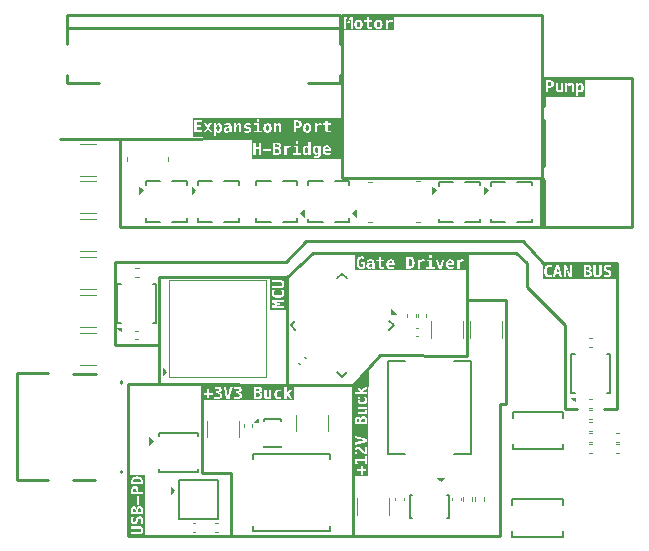
<source format=gbr>
%TF.GenerationSoftware,KiCad,Pcbnew,9.99.0-1168-g72ed3d3f11*%
%TF.CreationDate,2025-05-06T15:31:49-04:00*%
%TF.ProjectId,main_board,6d61696e-5f62-46f6-9172-642e6b696361,rev?*%
%TF.SameCoordinates,Original*%
%TF.FileFunction,Legend,Top*%
%TF.FilePolarity,Positive*%
%FSLAX46Y46*%
G04 Gerber Fmt 4.6, Leading zero omitted, Abs format (unit mm)*
G04 Created by KiCad (PCBNEW 9.99.0-1168-g72ed3d3f11) date 2025-05-06 15:31:49*
%MOMM*%
%LPD*%
G01*
G04 APERTURE LIST*
%ADD10C,0.254000*%
%ADD11C,0.001000*%
%ADD12C,0.000000*%
%ADD13C,0.200000*%
%ADD14C,0.250000*%
%ADD15C,0.120000*%
%ADD16C,0.152400*%
%ADD17C,0.127000*%
G04 APERTURE END LIST*
D10*
X149656800Y-93751400D02*
X153009600Y-93751400D01*
X152501600Y-113741200D02*
X121005600Y-113741200D01*
X140004800Y-100889078D02*
X121005600Y-100838000D01*
X162407600Y-102920800D02*
X161290000Y-102920800D01*
X119888000Y-97536000D02*
X123647200Y-97536000D01*
X134478233Y-91795600D02*
X136652000Y-89763600D01*
X119888000Y-90474800D02*
X119888000Y-97536000D01*
X115261000Y-80060800D02*
X139124000Y-80052000D01*
X162407600Y-102920800D02*
X162407600Y-90576400D01*
X155964000Y-83353000D02*
X155965404Y-87533200D01*
X140004800Y-100889078D02*
X140004800Y-113741200D01*
X157988000Y-102920800D02*
X159004000Y-102920800D01*
X129743200Y-108407200D02*
X127254000Y-108407200D01*
X156173600Y-83607200D02*
X155964000Y-83353000D01*
D11*
X141336000Y-100990400D02*
X140005200Y-100990400D01*
X140005200Y-100889078D01*
X141275478Y-99618800D01*
X141336000Y-99618800D01*
X141336000Y-100990400D01*
G36*
X141336000Y-100990400D02*
G01*
X140005200Y-100990400D01*
X140005200Y-100889078D01*
X141275478Y-99618800D01*
X141336000Y-99618800D01*
X141336000Y-100990400D01*
G37*
D10*
X153873200Y-89712800D02*
X154736800Y-90576400D01*
X142290800Y-98399600D02*
X140004800Y-100889078D01*
X121005600Y-100838000D02*
X121005600Y-113741200D01*
D12*
G36*
X162407600Y-91909200D02*
G01*
X162001200Y-91909200D01*
X162001200Y-90678000D01*
X162407600Y-90678000D01*
X162407600Y-91909200D01*
G37*
D10*
X154736800Y-92608400D02*
X157988000Y-95859600D01*
X149656800Y-89712800D02*
X153873200Y-89712800D01*
X149656800Y-98450400D02*
X149656800Y-89712800D01*
X153009600Y-93751400D02*
X153009600Y-102514400D01*
X134467600Y-91795600D02*
X123647200Y-91795600D01*
D12*
G36*
X139205400Y-81822000D02*
G01*
X138272000Y-81822000D01*
X138272000Y-80170800D01*
X139205400Y-80170800D01*
X139205400Y-81822000D01*
G37*
D10*
X123647200Y-91795600D02*
X123647200Y-100838000D01*
X154432000Y-88747600D02*
X136093200Y-88747600D01*
X134416800Y-91795600D02*
X134416800Y-100838000D01*
D12*
G36*
X139157200Y-79938200D02*
G01*
X138223800Y-79938200D01*
X138223800Y-78295000D01*
X139157200Y-78295000D01*
X139157200Y-79938200D01*
G37*
D10*
X156173600Y-87507200D02*
X120294400Y-87528400D01*
X136093200Y-88747600D02*
X134366000Y-90474800D01*
X157988000Y-95859600D02*
X157988000Y-102920800D01*
X134366000Y-90474800D02*
X119888000Y-90474800D01*
X136652000Y-89763600D02*
X149656800Y-89712800D01*
X129743200Y-113741200D02*
X129743200Y-108407200D01*
X127254000Y-108407200D02*
X127254000Y-100888800D01*
X152501600Y-102514400D02*
X152501600Y-113741200D01*
X120294400Y-87528400D02*
X120294400Y-80060800D01*
X156159200Y-90576400D02*
X154432000Y-88747600D01*
X162407600Y-90576400D02*
X156159200Y-90576400D01*
X154736800Y-90576400D02*
X154736800Y-92608400D01*
X153009600Y-102514400D02*
X152501600Y-102514400D01*
X142290800Y-98399600D02*
X149656800Y-98450400D01*
D13*
G36*
X157467000Y-91359856D02*
G01*
X157276369Y-91359856D01*
X157371379Y-90942506D01*
X157467000Y-91359856D01*
G37*
G36*
X159952068Y-91317886D02*
G01*
X159994877Y-91330713D01*
X160024162Y-91349536D01*
X160045281Y-91376698D01*
X160059206Y-91415359D01*
X160064462Y-91469521D01*
X160059335Y-91522841D01*
X160045931Y-91559742D01*
X160025872Y-91584681D01*
X159997879Y-91601412D01*
X159954820Y-91613168D01*
X159890988Y-91617776D01*
X159757082Y-91617776D01*
X159757082Y-91312961D01*
X159890988Y-91312961D01*
X159952068Y-91317886D01*
G37*
G36*
X159940525Y-90922060D02*
G01*
X159975332Y-90931934D01*
X159999188Y-90946353D01*
X160016761Y-90967353D01*
X160028115Y-90996495D01*
X160032344Y-91036539D01*
X160028168Y-91076635D01*
X160017031Y-91105394D01*
X159999921Y-91125749D01*
X159976549Y-91139493D01*
X159941619Y-91149035D01*
X159890988Y-91152738D01*
X159757082Y-91152738D01*
X159757082Y-90918265D01*
X159890988Y-90918265D01*
X159940525Y-90922060D01*
G37*
G36*
X162030658Y-91908650D02*
G01*
X156101153Y-91908650D01*
X156101153Y-91268387D01*
X156212264Y-91268387D01*
X156217436Y-91374815D01*
X156231937Y-91465268D01*
X156254512Y-91541952D01*
X156284304Y-91606816D01*
X156320891Y-91661496D01*
X156367270Y-91709638D01*
X156420721Y-91747059D01*
X156482236Y-91774393D01*
X156553297Y-91791515D01*
X156635781Y-91797539D01*
X156692954Y-91794309D01*
X156746423Y-91784838D01*
X156768574Y-91778000D01*
X156973080Y-91778000D01*
X157174642Y-91778000D01*
X157236069Y-91523987D01*
X157505896Y-91523987D01*
X157568789Y-91778000D01*
X157770289Y-91778000D01*
X157873970Y-91778000D01*
X158051596Y-91778000D01*
X158051596Y-91036784D01*
X158337115Y-91778000D01*
X158552354Y-91778000D01*
X158552354Y-91152738D01*
X159562360Y-91152738D01*
X159562360Y-91617776D01*
X159562360Y-91778000D01*
X159890988Y-91778000D01*
X159994773Y-91772744D01*
X160074564Y-91758657D01*
X160134970Y-91737811D01*
X160179928Y-91711565D01*
X160217303Y-91675114D01*
X160244752Y-91628837D01*
X160262335Y-91570532D01*
X160268710Y-91497059D01*
X160264506Y-91436511D01*
X160256081Y-91400400D01*
X160391564Y-91400400D01*
X160397944Y-91507101D01*
X160415201Y-91590220D01*
X160441140Y-91654294D01*
X160474546Y-91703078D01*
X160518944Y-91742178D01*
X160575875Y-91771512D01*
X160648267Y-91790577D01*
X160739977Y-91797539D01*
X160815360Y-91793006D01*
X160877664Y-91780411D01*
X160929024Y-91760905D01*
X160971232Y-91735110D01*
X161005652Y-91703078D01*
X161038923Y-91654316D01*
X161064769Y-91590251D01*
X161081968Y-91507126D01*
X161088328Y-91400400D01*
X161088328Y-91036356D01*
X161249406Y-91036356D01*
X161256003Y-91106611D01*
X161274351Y-91163063D01*
X161303384Y-91208608D01*
X161343747Y-91245825D01*
X161409603Y-91286500D01*
X161509708Y-91330791D01*
X161608748Y-91368771D01*
X161655692Y-91392884D01*
X161687944Y-91422626D01*
X161708399Y-91459436D01*
X161715299Y-91502188D01*
X161710462Y-91540422D01*
X161696785Y-91571086D01*
X161674267Y-91595978D01*
X161645125Y-91613774D01*
X161607446Y-91625284D01*
X161558862Y-91629500D01*
X161485421Y-91622890D01*
X161409568Y-91602511D01*
X161334812Y-91569429D01*
X161253497Y-91520079D01*
X161253497Y-91727197D01*
X161325950Y-91757813D01*
X161400715Y-91779770D01*
X161477059Y-91793129D01*
X161552695Y-91797539D01*
X161646696Y-91791819D01*
X161721786Y-91776169D01*
X161781383Y-91752321D01*
X161828323Y-91721213D01*
X161866868Y-91680047D01*
X161895117Y-91629321D01*
X161913088Y-91566988D01*
X161919547Y-91490220D01*
X161912630Y-91416437D01*
X161893033Y-91354492D01*
X161861479Y-91302031D01*
X161818366Y-91257864D01*
X161759211Y-91217808D01*
X161680495Y-91182230D01*
X161593727Y-91149074D01*
X161512363Y-91113834D01*
X161475148Y-91088441D01*
X161454015Y-91057662D01*
X161446815Y-91019015D01*
X161451380Y-90984812D01*
X161464297Y-90957593D01*
X161485711Y-90935667D01*
X161513234Y-90920372D01*
X161549742Y-90910284D01*
X161597757Y-90906541D01*
X161663061Y-90912175D01*
X161730259Y-90929500D01*
X161795898Y-90957292D01*
X161862150Y-90996422D01*
X161862150Y-90801028D01*
X161792409Y-90773771D01*
X161722749Y-90754317D01*
X161652199Y-90742432D01*
X161582065Y-90738502D01*
X161504574Y-90744076D01*
X161439426Y-90759744D01*
X161384518Y-90784460D01*
X161338188Y-90817942D01*
X161299974Y-90860497D01*
X161272508Y-90910063D01*
X161255424Y-90968030D01*
X161249406Y-91036356D01*
X161088328Y-91036356D01*
X161088328Y-90758041D01*
X160886828Y-90758041D01*
X160886828Y-91450897D01*
X160882036Y-91500406D01*
X160868781Y-91539547D01*
X160847871Y-91570576D01*
X160819344Y-91594179D01*
X160784037Y-91608700D01*
X160739916Y-91613868D01*
X160695834Y-91608703D01*
X160660523Y-91594184D01*
X160631960Y-91570576D01*
X160611085Y-91539552D01*
X160597850Y-91500411D01*
X160593065Y-91450897D01*
X160593065Y-90758041D01*
X160391564Y-90758041D01*
X160391564Y-91400400D01*
X160256081Y-91400400D01*
X160252754Y-91386138D01*
X160234348Y-91344199D01*
X160209603Y-91309297D01*
X160178076Y-91280359D01*
X160139223Y-91257425D01*
X160091704Y-91240574D01*
X160033748Y-91230468D01*
X160096496Y-91218579D01*
X160144888Y-91197051D01*
X160181943Y-91166660D01*
X160209090Y-91127171D01*
X160226284Y-91077246D01*
X160232501Y-91013947D01*
X160226606Y-90951384D01*
X160210047Y-90899957D01*
X160183600Y-90857402D01*
X160146772Y-90822216D01*
X160103116Y-90796204D01*
X160047727Y-90776114D01*
X159978029Y-90762881D01*
X159890988Y-90758041D01*
X159562360Y-90758041D01*
X159562360Y-91152738D01*
X158552354Y-91152738D01*
X158552354Y-90758041D01*
X158374729Y-90758041D01*
X158374729Y-91499257D01*
X158090552Y-90758041D01*
X157873970Y-90758041D01*
X157873970Y-91778000D01*
X157770289Y-91778000D01*
X157494966Y-90758041D01*
X157248403Y-90758041D01*
X157085952Y-91359856D01*
X156973080Y-91778000D01*
X156768574Y-91778000D01*
X156797852Y-91768962D01*
X156846868Y-91746736D01*
X156846868Y-91523987D01*
X156793900Y-91567373D01*
X156746118Y-91595184D01*
X156696283Y-91612178D01*
X156645367Y-91617776D01*
X156592072Y-91611956D01*
X156547612Y-91595395D01*
X156510055Y-91568344D01*
X156478305Y-91529605D01*
X156455670Y-91485297D01*
X156437980Y-91428807D01*
X156426249Y-91357508D01*
X156421946Y-91268387D01*
X156426256Y-91178847D01*
X156437999Y-91107327D01*
X156455691Y-91050765D01*
X156478305Y-91006497D01*
X156510059Y-90967728D01*
X156547618Y-90940659D01*
X156592076Y-90924088D01*
X156645367Y-90918265D01*
X156696283Y-90923863D01*
X156746118Y-90940857D01*
X156793900Y-90968668D01*
X156846868Y-91012054D01*
X156846868Y-90789304D01*
X156798896Y-90767157D01*
X156747095Y-90751203D01*
X156693041Y-90741723D01*
X156635781Y-90738502D01*
X156553297Y-90744526D01*
X156482236Y-90761648D01*
X156420721Y-90788982D01*
X156367270Y-90826402D01*
X156320891Y-90874545D01*
X156284326Y-90929211D01*
X156254538Y-90994124D01*
X156231955Y-91070936D01*
X156217442Y-91161615D01*
X156212264Y-91268387D01*
X156101153Y-91268387D01*
X156101153Y-90627391D01*
X162030658Y-90627391D01*
X162030658Y-91908650D01*
G37*
G36*
X136998076Y-80805311D02*
G01*
X137031691Y-80825196D01*
X137061508Y-80860561D01*
X137082178Y-80903544D01*
X137095586Y-80957470D01*
X137100465Y-81024937D01*
X137095576Y-81092908D01*
X137082157Y-81147077D01*
X137061508Y-81190106D01*
X137031695Y-81225433D01*
X136998081Y-81245300D01*
X136959048Y-81251960D01*
X136920412Y-81245341D01*
X136887118Y-81225582D01*
X136857565Y-81190411D01*
X136837154Y-81147633D01*
X136823841Y-81093399D01*
X136818975Y-81024937D01*
X136823829Y-80956979D01*
X136837131Y-80902965D01*
X136857565Y-80860195D01*
X136887118Y-80825024D01*
X136920412Y-80805265D01*
X136959048Y-80798646D01*
X136998076Y-80805311D01*
G37*
G36*
X136149860Y-80809380D02*
G01*
X136183435Y-80829608D01*
X136212520Y-80865446D01*
X136232202Y-80909026D01*
X136245247Y-80965767D01*
X136250072Y-81038981D01*
X136245248Y-81112194D01*
X136232204Y-81168958D01*
X136212520Y-81212576D01*
X136183439Y-81248376D01*
X136149865Y-81268586D01*
X136110060Y-81275408D01*
X136070292Y-81268572D01*
X136036950Y-81248358D01*
X136008272Y-81212576D01*
X135988957Y-81169008D01*
X135976136Y-81112244D01*
X135971391Y-81038981D01*
X135976137Y-80965717D01*
X135988959Y-80908976D01*
X136008272Y-80865446D01*
X136036955Y-80829625D01*
X136070297Y-80809394D01*
X136110060Y-80802554D01*
X136149860Y-80809380D01*
G37*
G36*
X137870376Y-80795894D02*
G01*
X137908052Y-80809736D01*
X137936752Y-80831435D01*
X137957786Y-80860856D01*
X137971684Y-80899791D01*
X137977419Y-80951053D01*
X137662529Y-80951725D01*
X137671916Y-80901987D01*
X137688289Y-80863060D01*
X137711011Y-80832779D01*
X137740698Y-80809889D01*
X137776742Y-80795815D01*
X137820981Y-80790830D01*
X137870376Y-80795894D01*
G37*
G36*
X133658369Y-80959886D02*
G01*
X133701178Y-80972713D01*
X133730463Y-80991536D01*
X133751582Y-81018698D01*
X133765508Y-81057359D01*
X133770763Y-81111521D01*
X133765636Y-81164841D01*
X133752232Y-81201742D01*
X133732173Y-81226681D01*
X133704180Y-81243412D01*
X133661121Y-81255168D01*
X133597290Y-81259776D01*
X133463384Y-81259776D01*
X133463384Y-80954961D01*
X133597290Y-80954961D01*
X133658369Y-80959886D01*
G37*
G36*
X133646826Y-80564060D02*
G01*
X133681633Y-80573934D01*
X133705489Y-80588353D01*
X133723063Y-80609353D01*
X133734417Y-80638495D01*
X133738645Y-80678539D01*
X133734469Y-80718635D01*
X133723332Y-80747394D01*
X133706222Y-80767749D01*
X133682850Y-80781493D01*
X133647920Y-80791035D01*
X133597290Y-80794738D01*
X133463384Y-80794738D01*
X133463384Y-80560265D01*
X133597290Y-80560265D01*
X133646826Y-80564060D01*
G37*
G36*
X138290030Y-81820294D02*
G01*
X131481495Y-81820294D01*
X131481495Y-81420000D01*
X131592606Y-81420000D01*
X131794106Y-81420000D01*
X131794106Y-80962777D01*
X132046165Y-80962777D01*
X132046165Y-81420000D01*
X132247726Y-81420000D01*
X132247726Y-81107369D01*
X132410819Y-81107369D01*
X133134938Y-81107369D01*
X133134938Y-80923698D01*
X132410819Y-80923698D01*
X132410819Y-81107369D01*
X132247726Y-81107369D01*
X132247726Y-80794738D01*
X133268661Y-80794738D01*
X133268661Y-81259776D01*
X133268661Y-81420000D01*
X133597290Y-81420000D01*
X133701074Y-81414744D01*
X133780865Y-81400657D01*
X133841271Y-81379811D01*
X133886229Y-81353565D01*
X133923604Y-81317114D01*
X133951053Y-81270837D01*
X133968636Y-81212532D01*
X133975011Y-81139059D01*
X133970807Y-81078511D01*
X133959056Y-81028138D01*
X133940649Y-80986199D01*
X133915905Y-80951297D01*
X133884377Y-80922359D01*
X133845525Y-80899425D01*
X133798006Y-80882574D01*
X133740050Y-80872468D01*
X133802797Y-80860579D01*
X133851189Y-80839051D01*
X133888244Y-80808660D01*
X133915391Y-80769171D01*
X133932585Y-80719246D01*
X133938802Y-80655947D01*
X133938624Y-80654054D01*
X134224261Y-80654054D01*
X134224261Y-81420000D01*
X134424418Y-81420000D01*
X134424418Y-81267592D01*
X134965294Y-81267592D01*
X134965294Y-81420000D01*
X135663401Y-81420000D01*
X135663401Y-81267592D01*
X135414762Y-81267592D01*
X135414762Y-81037027D01*
X135771234Y-81037027D01*
X135771341Y-81038981D01*
X135776567Y-81134702D01*
X135791315Y-81214979D01*
X135813985Y-81280660D01*
X135843652Y-81334148D01*
X135883972Y-81380658D01*
X135930399Y-81413014D01*
X135984116Y-81432684D01*
X136047168Y-81439539D01*
X136092157Y-81435640D01*
X136131779Y-81424402D01*
X136167030Y-81406078D01*
X136198023Y-81380945D01*
X136225685Y-81348078D01*
X136250072Y-81306243D01*
X136250072Y-81420000D01*
X136449558Y-81420000D01*
X136449558Y-81030554D01*
X136618818Y-81030554D01*
X136624319Y-81119353D01*
X136639725Y-81193995D01*
X136663818Y-81256727D01*
X136695999Y-81309419D01*
X136738434Y-81354755D01*
X136786442Y-81386355D01*
X136841148Y-81405531D01*
X136904399Y-81412184D01*
X136950200Y-81408941D01*
X136989210Y-81399780D01*
X137022551Y-81385256D01*
X137052308Y-81364565D01*
X137078205Y-81337461D01*
X137100465Y-81303068D01*
X137100465Y-81386660D01*
X137095281Y-81440899D01*
X137081398Y-81480686D01*
X137060165Y-81509576D01*
X137030776Y-81530275D01*
X136990286Y-81543873D01*
X136935113Y-81548960D01*
X136873636Y-81545106D01*
X136814212Y-81533633D01*
X136756467Y-81514401D01*
X136698747Y-81486434D01*
X136698747Y-81670104D01*
X136762309Y-81687556D01*
X136823738Y-81699596D01*
X136885499Y-81706780D01*
X136948118Y-81709183D01*
X137043211Y-81702986D01*
X137117171Y-81686204D01*
X137174173Y-81660856D01*
X137217579Y-81627911D01*
X137251383Y-81585181D01*
X137277256Y-81529230D01*
X137294329Y-81456807D01*
X137300622Y-81363824D01*
X137300622Y-81039774D01*
X137456876Y-81039774D01*
X137461552Y-81118787D01*
X137474743Y-81186428D01*
X137495512Y-81244371D01*
X137523368Y-81294036D01*
X137558298Y-81336530D01*
X137600316Y-81372086D01*
X137649423Y-81400378D01*
X137706709Y-81421438D01*
X137773592Y-81434803D01*
X137851756Y-81439539D01*
X137931132Y-81435796D01*
X138004774Y-81424884D01*
X138076312Y-81406626D01*
X138146862Y-81380921D01*
X138146862Y-81197250D01*
X138073556Y-81234996D01*
X138006789Y-81259654D01*
X137939259Y-81274413D01*
X137870868Y-81279316D01*
X137802440Y-81273560D01*
X137751395Y-81258128D01*
X137713698Y-81234741D01*
X137685390Y-81201512D01*
X137667347Y-81157575D01*
X137660453Y-81099553D01*
X138178919Y-81099553D01*
X138178919Y-81019258D01*
X138172264Y-80927620D01*
X138153646Y-80851464D01*
X138124415Y-80788076D01*
X138084947Y-80735326D01*
X138034941Y-80692374D01*
X137975633Y-80661130D01*
X137905159Y-80641487D01*
X137820981Y-80634515D01*
X137753628Y-80639260D01*
X137694462Y-80652852D01*
X137642199Y-80674698D01*
X137595811Y-80704725D01*
X137554573Y-80743386D01*
X137513292Y-80800175D01*
X137482906Y-80867115D01*
X137463696Y-80946154D01*
X137463290Y-80951725D01*
X137456876Y-81039774D01*
X137300622Y-81039774D01*
X137300622Y-80654054D01*
X137100465Y-80654054D01*
X137100465Y-80752056D01*
X137078156Y-80717115D01*
X137051390Y-80688403D01*
X137019865Y-80665289D01*
X136984590Y-80648368D01*
X136945890Y-80638059D01*
X136902995Y-80634515D01*
X136840753Y-80641346D01*
X136786596Y-80661127D01*
X136738699Y-80693951D01*
X136695999Y-80741432D01*
X136663882Y-80796039D01*
X136639773Y-80861085D01*
X136624334Y-80938494D01*
X136619155Y-81024937D01*
X136618818Y-81030554D01*
X136449558Y-81030554D01*
X136449558Y-80357055D01*
X136250072Y-80357055D01*
X136250072Y-80762620D01*
X136223008Y-80721991D01*
X136194447Y-80690393D01*
X136164343Y-80666571D01*
X136130564Y-80648839D01*
X136094034Y-80638159D01*
X136054006Y-80634515D01*
X135988287Y-80641383D01*
X135932788Y-80660983D01*
X135885340Y-80692972D01*
X135844629Y-80738562D01*
X135814665Y-80791393D01*
X135791688Y-80856943D01*
X135776681Y-80937809D01*
X135771234Y-81037027D01*
X135414762Y-81037027D01*
X135414762Y-80654054D01*
X135018539Y-80654054D01*
X135018539Y-80806461D01*
X135214605Y-80806461D01*
X135214605Y-81267592D01*
X134965294Y-81267592D01*
X134424418Y-81267592D01*
X134424418Y-81066946D01*
X134426328Y-80995844D01*
X134430891Y-80953740D01*
X134440179Y-80918392D01*
X134453788Y-80890237D01*
X134484898Y-80852723D01*
X134527183Y-80825024D01*
X134577377Y-80808443D01*
X134638253Y-80802554D01*
X134689391Y-80806576D01*
X134734851Y-80818185D01*
X134776262Y-80837816D01*
X134811726Y-80865080D01*
X134811726Y-80673593D01*
X134775272Y-80656731D01*
X134736927Y-80644467D01*
X134697293Y-80637010D01*
X134656693Y-80634515D01*
X134603439Y-80638682D01*
X134556410Y-80650674D01*
X134514544Y-80670113D01*
X134477489Y-80697156D01*
X134447640Y-80730472D01*
X134424418Y-80770802D01*
X134424418Y-80654054D01*
X134224261Y-80654054D01*
X133938624Y-80654054D01*
X133932907Y-80593384D01*
X133916349Y-80541957D01*
X133901011Y-80517278D01*
X135214605Y-80517278D01*
X135414762Y-80517278D01*
X135414762Y-80282805D01*
X135214605Y-80282805D01*
X135214605Y-80517278D01*
X133901011Y-80517278D01*
X133889901Y-80499402D01*
X133853073Y-80464216D01*
X133809418Y-80438204D01*
X133754029Y-80418114D01*
X133684331Y-80404881D01*
X133597290Y-80400041D01*
X133268661Y-80400041D01*
X133268661Y-80794738D01*
X132247726Y-80794738D01*
X132247726Y-80400041D01*
X132046165Y-80400041D01*
X132046165Y-80786922D01*
X131794106Y-80786922D01*
X131794106Y-80400041D01*
X131592606Y-80400041D01*
X131592606Y-81420000D01*
X131481495Y-81420000D01*
X131481495Y-80171694D01*
X138290030Y-80171694D01*
X138290030Y-81820294D01*
G37*
G36*
X134326650Y-94540370D02*
G01*
X133045391Y-94540370D01*
X133045391Y-93946269D01*
X133176041Y-93946269D01*
X133623311Y-94067169D01*
X133176041Y-94188802D01*
X133176041Y-94429259D01*
X134196000Y-94429259D01*
X134196000Y-94255725D01*
X133378824Y-94255725D01*
X133824750Y-94146426D01*
X133824750Y-93985897D01*
X133378824Y-93878003D01*
X134196000Y-93878003D01*
X134196000Y-93704468D01*
X133176041Y-93704468D01*
X133176041Y-93946269D01*
X133045391Y-93946269D01*
X133045391Y-93118469D01*
X133156502Y-93118469D01*
X133162526Y-93200952D01*
X133179648Y-93272014D01*
X133206982Y-93333529D01*
X133244402Y-93386980D01*
X133292545Y-93433359D01*
X133347211Y-93469924D01*
X133412124Y-93499712D01*
X133488936Y-93522295D01*
X133579615Y-93536807D01*
X133686387Y-93541986D01*
X133792815Y-93536813D01*
X133883268Y-93522312D01*
X133959952Y-93499737D01*
X134024816Y-93469946D01*
X134079496Y-93433359D01*
X134127638Y-93386980D01*
X134165059Y-93333529D01*
X134192393Y-93272014D01*
X134209515Y-93200952D01*
X134215539Y-93118469D01*
X134212309Y-93061296D01*
X134202838Y-93007827D01*
X134186962Y-92956398D01*
X134164736Y-92907382D01*
X133941987Y-92907382D01*
X133985373Y-92960350D01*
X134013184Y-93008132D01*
X134030178Y-93057967D01*
X134035776Y-93108882D01*
X134029956Y-93162178D01*
X134013395Y-93206637D01*
X133986344Y-93244194D01*
X133947605Y-93275944D01*
X133903297Y-93298579D01*
X133846807Y-93316270D01*
X133775508Y-93328001D01*
X133686387Y-93332303D01*
X133596847Y-93327993D01*
X133525327Y-93316250D01*
X133468765Y-93298558D01*
X133424497Y-93275944D01*
X133385728Y-93244190D01*
X133358659Y-93206632D01*
X133342088Y-93162174D01*
X133336265Y-93108882D01*
X133341863Y-93057967D01*
X133358857Y-93008132D01*
X133386668Y-92960350D01*
X133430054Y-92907382D01*
X133207304Y-92907382D01*
X133185157Y-92955354D01*
X133169203Y-93007155D01*
X133159723Y-93061208D01*
X133156502Y-93118469D01*
X133045391Y-93118469D01*
X133045391Y-92236019D01*
X133176041Y-92236019D01*
X133868897Y-92236019D01*
X133918406Y-92240811D01*
X133957547Y-92254066D01*
X133988576Y-92274976D01*
X134012179Y-92303503D01*
X134026700Y-92338810D01*
X134031868Y-92382931D01*
X134026703Y-92427013D01*
X134012184Y-92462324D01*
X133988576Y-92490887D01*
X133957552Y-92511762D01*
X133918411Y-92524997D01*
X133868897Y-92529782D01*
X133176041Y-92529782D01*
X133176041Y-92731283D01*
X133818400Y-92731283D01*
X133925101Y-92724903D01*
X134008220Y-92707646D01*
X134072294Y-92681707D01*
X134121078Y-92648301D01*
X134160178Y-92603903D01*
X134189512Y-92546973D01*
X134208577Y-92474580D01*
X134215539Y-92382870D01*
X134211006Y-92307487D01*
X134198411Y-92245183D01*
X134178905Y-92193823D01*
X134153110Y-92151615D01*
X134121078Y-92117195D01*
X134072316Y-92083924D01*
X134008251Y-92058078D01*
X133925126Y-92040879D01*
X133818400Y-92034519D01*
X133176041Y-92034519D01*
X133176041Y-92236019D01*
X133045391Y-92236019D01*
X133045391Y-91923408D01*
X134326650Y-91923408D01*
X134326650Y-94540370D01*
G37*
G36*
X132041417Y-101630286D02*
G01*
X132084226Y-101643113D01*
X132113511Y-101661936D01*
X132134630Y-101689098D01*
X132148556Y-101727759D01*
X132153811Y-101781921D01*
X132148684Y-101835241D01*
X132135280Y-101872142D01*
X132115221Y-101897081D01*
X132087228Y-101913812D01*
X132044169Y-101925568D01*
X131980338Y-101930176D01*
X131846432Y-101930176D01*
X131846432Y-101625361D01*
X131980338Y-101625361D01*
X132041417Y-101630286D01*
G37*
G36*
X132029874Y-101234460D02*
G01*
X132064681Y-101244334D01*
X132088537Y-101258753D01*
X132106111Y-101279753D01*
X132117465Y-101308895D01*
X132121693Y-101348939D01*
X132117517Y-101389035D01*
X132106380Y-101417794D01*
X132089270Y-101438149D01*
X132065898Y-101451893D01*
X132030968Y-101461435D01*
X131980338Y-101465138D01*
X131846432Y-101465138D01*
X131846432Y-101230665D01*
X131980338Y-101230665D01*
X132029874Y-101234460D01*
G37*
G36*
X135022302Y-102221050D02*
G01*
X127289551Y-102221050D01*
X127289551Y-101570651D01*
X127400662Y-101570651D01*
X127400662Y-101734782D01*
X127695769Y-101734782D01*
X127695769Y-102027873D01*
X127857702Y-102027873D01*
X127857702Y-101871558D01*
X128283112Y-101871558D01*
X128283112Y-102059136D01*
X128352678Y-102080835D01*
X128426238Y-102096872D01*
X128501485Y-102106659D01*
X128578218Y-102109939D01*
X128670030Y-102104220D01*
X128744743Y-102088433D01*
X128805320Y-102064125D01*
X128854213Y-102032087D01*
X128894878Y-101989933D01*
X128924227Y-101939469D01*
X128942624Y-101879003D01*
X128949162Y-101806101D01*
X128942236Y-101734389D01*
X128922808Y-101675782D01*
X128891765Y-101627559D01*
X128849421Y-101588835D01*
X128794821Y-101559669D01*
X128725130Y-101540487D01*
X128786753Y-101523242D01*
X128835360Y-101497882D01*
X128873325Y-101464833D01*
X128901684Y-101423562D01*
X128919139Y-101374614D01*
X128925287Y-101315905D01*
X128919321Y-101255676D01*
X128902262Y-101204285D01*
X128874472Y-101159924D01*
X128835101Y-101121427D01*
X128788763Y-101092161D01*
X128733498Y-101070441D01*
X129078855Y-101070441D01*
X129321327Y-102090400D01*
X129600741Y-102090400D01*
X129652779Y-101871558D01*
X129967410Y-101871558D01*
X129967410Y-102059136D01*
X130036977Y-102080835D01*
X130110537Y-102096872D01*
X130185784Y-102106659D01*
X130262517Y-102109939D01*
X130354329Y-102104220D01*
X130429042Y-102088433D01*
X130489619Y-102064125D01*
X130538511Y-102032087D01*
X130579177Y-101989933D01*
X130608526Y-101939469D01*
X130626923Y-101879003D01*
X130633461Y-101806101D01*
X130626534Y-101734389D01*
X130607107Y-101675782D01*
X130576064Y-101627559D01*
X130533719Y-101588835D01*
X130479119Y-101559669D01*
X130409429Y-101540487D01*
X130471051Y-101523242D01*
X130519659Y-101497882D01*
X130557273Y-101465138D01*
X131651709Y-101465138D01*
X131651709Y-101930176D01*
X131651709Y-102090400D01*
X131980338Y-102090400D01*
X132084122Y-102085144D01*
X132163913Y-102071057D01*
X132224319Y-102050211D01*
X132269277Y-102023965D01*
X132306652Y-101987514D01*
X132334101Y-101941237D01*
X132351684Y-101882932D01*
X132356904Y-101822770D01*
X132517794Y-101822770D01*
X132521964Y-101895375D01*
X132533393Y-101953771D01*
X132550814Y-102000436D01*
X132573482Y-102037460D01*
X132603919Y-102068570D01*
X132640608Y-102090943D01*
X132684826Y-102104954D01*
X132738468Y-102109939D01*
X132785177Y-102105840D01*
X132825637Y-102094102D01*
X132861016Y-102075073D01*
X132891391Y-102048934D01*
X132915333Y-102016465D01*
X132933129Y-101976643D01*
X132933129Y-102090400D01*
X133133286Y-102090400D01*
X133133286Y-101708098D01*
X133365439Y-101708098D01*
X133372427Y-101802215D01*
X133392061Y-101881125D01*
X133423060Y-101947475D01*
X133465151Y-102003327D01*
X133506945Y-102040814D01*
X133554528Y-102070181D01*
X133608734Y-102091717D01*
X133670700Y-102105206D01*
X133741817Y-102109939D01*
X133807386Y-102106174D01*
X133866809Y-102095284D01*
X133881780Y-102090400D01*
X134211679Y-102090400D01*
X134411836Y-102090400D01*
X134411836Y-101797674D01*
X134480102Y-101732034D01*
X134689846Y-102090400D01*
X134911191Y-102090400D01*
X134605155Y-101610340D01*
X134894766Y-101324454D01*
X134652293Y-101324454D01*
X134411836Y-101585000D01*
X134411836Y-101027455D01*
X134211679Y-101027455D01*
X134211679Y-102090400D01*
X133881780Y-102090400D01*
X133923159Y-102076901D01*
X133975436Y-102051321D01*
X133975436Y-101867650D01*
X133928407Y-101902436D01*
X133879814Y-101926451D01*
X133827842Y-101940886D01*
X133771187Y-101945808D01*
X133723047Y-101941579D01*
X133682893Y-101929661D01*
X133649191Y-101910641D01*
X133620856Y-101884320D01*
X133592979Y-101840358D01*
X133574919Y-101782904D01*
X133568283Y-101708098D01*
X133574903Y-101633288D01*
X133592952Y-101575581D01*
X133620856Y-101531206D01*
X133649235Y-101504565D01*
X133682954Y-101485342D01*
X133723093Y-101473312D01*
X133771187Y-101469046D01*
X133826243Y-101474097D01*
X133879448Y-101489257D01*
X133929404Y-101513744D01*
X133975436Y-101547203D01*
X133975436Y-101363533D01*
X133918025Y-101337239D01*
X133861679Y-101319264D01*
X133803852Y-101308540D01*
X133743161Y-101304915D01*
X133672086Y-101309653D01*
X133610058Y-101323171D01*
X133555703Y-101344769D01*
X133507898Y-101374243D01*
X133465823Y-101411893D01*
X133423438Y-101467929D01*
X133392233Y-101534496D01*
X133372472Y-101613665D01*
X133365439Y-101708098D01*
X133133286Y-101708098D01*
X133133286Y-101324454D01*
X132933129Y-101324454D01*
X132933129Y-101763969D01*
X132929214Y-101820870D01*
X132918651Y-101864641D01*
X132902721Y-101897997D01*
X132879359Y-101924954D01*
X132851753Y-101940487D01*
X132818396Y-101945808D01*
X132784289Y-101941430D01*
X132759325Y-101929475D01*
X132741154Y-101910270D01*
X132729490Y-101885216D01*
X132721198Y-101847291D01*
X132717951Y-101791996D01*
X132717951Y-101324454D01*
X132517794Y-101324454D01*
X132517794Y-101822770D01*
X132356904Y-101822770D01*
X132358059Y-101809459D01*
X132353855Y-101748911D01*
X132342104Y-101698538D01*
X132323697Y-101656599D01*
X132298953Y-101621697D01*
X132267425Y-101592759D01*
X132228573Y-101569825D01*
X132181054Y-101552974D01*
X132123098Y-101542868D01*
X132185845Y-101530979D01*
X132234237Y-101509451D01*
X132271292Y-101479060D01*
X132298439Y-101439571D01*
X132315633Y-101389646D01*
X132321850Y-101326347D01*
X132315955Y-101263784D01*
X132299397Y-101212357D01*
X132272949Y-101169802D01*
X132236121Y-101134616D01*
X132192466Y-101108604D01*
X132137077Y-101088514D01*
X132067379Y-101075281D01*
X131980338Y-101070441D01*
X131651709Y-101070441D01*
X131651709Y-101465138D01*
X130557273Y-101465138D01*
X130557623Y-101464833D01*
X130585983Y-101423562D01*
X130603438Y-101374614D01*
X130609586Y-101315905D01*
X130603619Y-101255676D01*
X130586561Y-101204285D01*
X130558771Y-101159924D01*
X130519399Y-101121427D01*
X130473062Y-101092161D01*
X130417044Y-101070145D01*
X130349454Y-101055986D01*
X130268012Y-101050902D01*
X130204607Y-101053613D01*
X130136854Y-101062015D01*
X130068521Y-101075395D01*
X129998185Y-101093889D01*
X129998185Y-101277559D01*
X130068338Y-101253752D01*
X130134106Y-101236893D01*
X130198866Y-101226221D01*
X130257082Y-101222849D01*
X130306262Y-101226886D01*
X130344277Y-101237866D01*
X130373525Y-101254723D01*
X130396356Y-101278558D01*
X130410054Y-101307597D01*
X130414863Y-101343505D01*
X130410092Y-101377502D01*
X130396451Y-101404973D01*
X130373525Y-101427524D01*
X130344439Y-101443219D01*
X130306429Y-101453520D01*
X130257082Y-101457322D01*
X130149127Y-101457322D01*
X130149127Y-101633177D01*
X130257082Y-101633177D01*
X130313876Y-101638511D01*
X130358026Y-101653139D01*
X130392332Y-101675980D01*
X130418270Y-101707451D01*
X130434368Y-101747146D01*
X130440142Y-101797552D01*
X130434648Y-101838196D01*
X130418858Y-101871772D01*
X130392332Y-101900012D01*
X130358490Y-101920316D01*
X130315977Y-101933293D01*
X130262517Y-101937992D01*
X130181768Y-101933691D01*
X130106079Y-101921078D01*
X130033705Y-101900035D01*
X129967410Y-101871558D01*
X129652779Y-101871558D01*
X129843274Y-101070441D01*
X129640369Y-101070441D01*
X129460729Y-101922360D01*
X129281699Y-101070441D01*
X129078855Y-101070441D01*
X128733498Y-101070441D01*
X128732745Y-101070145D01*
X128665155Y-101055986D01*
X128583714Y-101050902D01*
X128520308Y-101053613D01*
X128452555Y-101062015D01*
X128384222Y-101075395D01*
X128313886Y-101093889D01*
X128313886Y-101277559D01*
X128384040Y-101253752D01*
X128449807Y-101236893D01*
X128514567Y-101226221D01*
X128572784Y-101222849D01*
X128621963Y-101226886D01*
X128659978Y-101237866D01*
X128689227Y-101254723D01*
X128712058Y-101278558D01*
X128725756Y-101307597D01*
X128730565Y-101343505D01*
X128725793Y-101377502D01*
X128712152Y-101404973D01*
X128689227Y-101427524D01*
X128660141Y-101443219D01*
X128622130Y-101453520D01*
X128572784Y-101457322D01*
X128464828Y-101457322D01*
X128464828Y-101633177D01*
X128572784Y-101633177D01*
X128629577Y-101638511D01*
X128673727Y-101653139D01*
X128708033Y-101675980D01*
X128733971Y-101707451D01*
X128750069Y-101747146D01*
X128755844Y-101797552D01*
X128750350Y-101838196D01*
X128734560Y-101871772D01*
X128708033Y-101900012D01*
X128674191Y-101920316D01*
X128631678Y-101933293D01*
X128578218Y-101937992D01*
X128497469Y-101933691D01*
X128421781Y-101921078D01*
X128349407Y-101900035D01*
X128283112Y-101871558D01*
X127857702Y-101871558D01*
X127857702Y-101734782D01*
X128151404Y-101734782D01*
X128151404Y-101570651D01*
X127857702Y-101570651D01*
X127857702Y-101277559D01*
X127695769Y-101277559D01*
X127695769Y-101570651D01*
X127400662Y-101570651D01*
X127289551Y-101570651D01*
X127289551Y-100916344D01*
X135022302Y-100916344D01*
X135022302Y-102221050D01*
G37*
G36*
X140505035Y-103797682D02*
G01*
X140533794Y-103808819D01*
X140554149Y-103825929D01*
X140567893Y-103849301D01*
X140577435Y-103884231D01*
X140581138Y-103934861D01*
X140581138Y-104068767D01*
X140346665Y-104068767D01*
X140346665Y-103934861D01*
X140350460Y-103885325D01*
X140360334Y-103850518D01*
X140374753Y-103826662D01*
X140395753Y-103809088D01*
X140424895Y-103797734D01*
X140464939Y-103793506D01*
X140505035Y-103797682D01*
G37*
G36*
X140951241Y-103766515D02*
G01*
X140988142Y-103779919D01*
X141013081Y-103799978D01*
X141029812Y-103827971D01*
X141041568Y-103871030D01*
X141046176Y-103934861D01*
X141046176Y-104068767D01*
X140741361Y-104068767D01*
X140741361Y-103934861D01*
X140746286Y-103873782D01*
X140759113Y-103830973D01*
X140777936Y-103801688D01*
X140805098Y-103780569D01*
X140843759Y-103766643D01*
X140897921Y-103761388D01*
X140951241Y-103766515D01*
G37*
G36*
X141337050Y-108625648D02*
G01*
X140032344Y-108625648D01*
X140032344Y-108057497D01*
X140393559Y-108057497D01*
X140393559Y-108219430D01*
X140686651Y-108219430D01*
X140686651Y-108514537D01*
X140850782Y-108514537D01*
X140850782Y-108219430D01*
X141143873Y-108219430D01*
X141143873Y-108057497D01*
X140850782Y-108057497D01*
X140850782Y-107763795D01*
X140686651Y-107763795D01*
X140686651Y-108057497D01*
X140393559Y-108057497D01*
X140032344Y-108057497D01*
X140032344Y-107167537D01*
X140186441Y-107167537D01*
X140186441Y-107362199D01*
X140237244Y-107573286D01*
X140420915Y-107573286D01*
X140366204Y-107363603D01*
X141030545Y-107363603D01*
X141030545Y-107589039D01*
X141206400Y-107589039D01*
X141206400Y-106942101D01*
X141030545Y-106942101D01*
X141030545Y-107167537D01*
X140186441Y-107167537D01*
X140032344Y-107167537D01*
X140032344Y-106497518D01*
X140166902Y-106497518D01*
X140170320Y-106562313D01*
X140180946Y-106631791D01*
X140197884Y-106701770D01*
X140221612Y-106774856D01*
X140409191Y-106774856D01*
X140373238Y-106701695D01*
X140348130Y-106634477D01*
X140332017Y-106568409D01*
X140327125Y-106513211D01*
X140331773Y-106464011D01*
X140344520Y-106425785D01*
X140364433Y-106396096D01*
X140391796Y-106373678D01*
X140426309Y-106359754D01*
X140470129Y-106354758D01*
X140514109Y-106360206D01*
X140560133Y-106377290D01*
X140606005Y-106404928D01*
X140664425Y-106451051D01*
X140919658Y-106687417D01*
X141035979Y-106796716D01*
X141206400Y-106796716D01*
X141206400Y-106149167D01*
X141030545Y-106149167D01*
X141030545Y-106578851D01*
X140889372Y-106438778D01*
X140739231Y-106292638D01*
X140679629Y-106240025D01*
X140615274Y-106196429D01*
X140562392Y-106170660D01*
X140508197Y-106155629D01*
X140449308Y-106150510D01*
X140385531Y-106156651D01*
X140330960Y-106174209D01*
X140283750Y-106202763D01*
X140242678Y-106243078D01*
X140210990Y-106290899D01*
X140187367Y-106347992D01*
X140172287Y-106416137D01*
X140166902Y-106497518D01*
X140032344Y-106497518D01*
X140032344Y-105432680D01*
X140186441Y-105432680D01*
X141038360Y-105612321D01*
X140186441Y-105791351D01*
X140186441Y-105994195D01*
X141206400Y-105751723D01*
X141206400Y-105472309D01*
X140186441Y-105229776D01*
X140186441Y-105432680D01*
X140032344Y-105432680D01*
X140032344Y-103934861D01*
X140186441Y-103934861D01*
X140186441Y-104263490D01*
X141206400Y-104263490D01*
X141206400Y-103934861D01*
X141201144Y-103831077D01*
X141187057Y-103751286D01*
X141166211Y-103690880D01*
X141139965Y-103645922D01*
X141103514Y-103608547D01*
X141057237Y-103581098D01*
X140998932Y-103563515D01*
X140925459Y-103557140D01*
X140864911Y-103561344D01*
X140814538Y-103573095D01*
X140772599Y-103591502D01*
X140737697Y-103616246D01*
X140708759Y-103647774D01*
X140685825Y-103686626D01*
X140668974Y-103734145D01*
X140658868Y-103792101D01*
X140646979Y-103729354D01*
X140625451Y-103680962D01*
X140595060Y-103643907D01*
X140555571Y-103616760D01*
X140505646Y-103599566D01*
X140442347Y-103593349D01*
X140379784Y-103599244D01*
X140328357Y-103615802D01*
X140285802Y-103642250D01*
X140250616Y-103679078D01*
X140224604Y-103722733D01*
X140204514Y-103778122D01*
X140191281Y-103847820D01*
X140186441Y-103934861D01*
X140032344Y-103934861D01*
X140032344Y-102982070D01*
X140440454Y-102982070D01*
X140879969Y-102982070D01*
X140936870Y-102985985D01*
X140980641Y-102996548D01*
X141013997Y-103012478D01*
X141040954Y-103035840D01*
X141056487Y-103063446D01*
X141061808Y-103096803D01*
X141057430Y-103130910D01*
X141045475Y-103155874D01*
X141026270Y-103174045D01*
X141001216Y-103185709D01*
X140963291Y-103194001D01*
X140907996Y-103197248D01*
X140440454Y-103197248D01*
X140440454Y-103397405D01*
X140938770Y-103397405D01*
X141011375Y-103393235D01*
X141069771Y-103381806D01*
X141116436Y-103364385D01*
X141153460Y-103341717D01*
X141184570Y-103311280D01*
X141206943Y-103274591D01*
X141220954Y-103230373D01*
X141225939Y-103176731D01*
X141221840Y-103130022D01*
X141210102Y-103089562D01*
X141191073Y-103054183D01*
X141164934Y-103023808D01*
X141132465Y-102999866D01*
X141092643Y-102982070D01*
X141206400Y-102982070D01*
X141206400Y-102781913D01*
X140440454Y-102781913D01*
X140440454Y-102982070D01*
X140032344Y-102982070D01*
X140032344Y-102172038D01*
X140420915Y-102172038D01*
X140425653Y-102243113D01*
X140439171Y-102305141D01*
X140460769Y-102359496D01*
X140490243Y-102407301D01*
X140527893Y-102449376D01*
X140583929Y-102491761D01*
X140650496Y-102522966D01*
X140729665Y-102542727D01*
X140824098Y-102549760D01*
X140918215Y-102542772D01*
X140997125Y-102523138D01*
X141063475Y-102492139D01*
X141119327Y-102450048D01*
X141156814Y-102408254D01*
X141186181Y-102360671D01*
X141207717Y-102306465D01*
X141221206Y-102244499D01*
X141225939Y-102173382D01*
X141222174Y-102107813D01*
X141211284Y-102048390D01*
X141192901Y-101992040D01*
X141167321Y-101939763D01*
X140983650Y-101939763D01*
X141018436Y-101986792D01*
X141042451Y-102035385D01*
X141056886Y-102087357D01*
X141061808Y-102144012D01*
X141057579Y-102192152D01*
X141045661Y-102232306D01*
X141026641Y-102266008D01*
X141000320Y-102294343D01*
X140956358Y-102322220D01*
X140898904Y-102340280D01*
X140824098Y-102346916D01*
X140749288Y-102340296D01*
X140691581Y-102322247D01*
X140647206Y-102294343D01*
X140620565Y-102265964D01*
X140601342Y-102232245D01*
X140589312Y-102192106D01*
X140585046Y-102144012D01*
X140590097Y-102088956D01*
X140605257Y-102035751D01*
X140629744Y-101985795D01*
X140663203Y-101939763D01*
X140479533Y-101939763D01*
X140453239Y-101997174D01*
X140435264Y-102053520D01*
X140424540Y-102111347D01*
X140420915Y-102172038D01*
X140032344Y-102172038D01*
X140032344Y-101503363D01*
X140143455Y-101503363D01*
X140143455Y-101703520D01*
X141206400Y-101703520D01*
X141206400Y-101503363D01*
X140913674Y-101503363D01*
X140848034Y-101435097D01*
X141206400Y-101225353D01*
X141206400Y-101004008D01*
X140726340Y-101310044D01*
X140440454Y-101020433D01*
X140440454Y-101262906D01*
X140701000Y-101503363D01*
X140143455Y-101503363D01*
X140032344Y-101503363D01*
X140032344Y-100892897D01*
X141337050Y-100892897D01*
X141337050Y-108625648D01*
G37*
G36*
X141659044Y-90721013D02*
G01*
X141653494Y-90791954D01*
X141638408Y-90846949D01*
X141615324Y-90889357D01*
X141582330Y-90922732D01*
X141542122Y-90942607D01*
X141492348Y-90949563D01*
X141458575Y-90945856D01*
X141431273Y-90935439D01*
X141409000Y-90918605D01*
X141392286Y-90896208D01*
X141381956Y-90868910D01*
X141378287Y-90835318D01*
X141383838Y-90790824D01*
X141398845Y-90758890D01*
X141422678Y-90736217D01*
X141454117Y-90721863D01*
X141503936Y-90711427D01*
X141579115Y-90707274D01*
X141659044Y-90707274D01*
X141659044Y-90721013D01*
G37*
G36*
X143261579Y-90442694D02*
G01*
X143299255Y-90456536D01*
X143327955Y-90478235D01*
X143348988Y-90507656D01*
X143362887Y-90546591D01*
X143368622Y-90597853D01*
X143053731Y-90598525D01*
X143063119Y-90548787D01*
X143079492Y-90509860D01*
X143102214Y-90479579D01*
X143131900Y-90456689D01*
X143167944Y-90442615D01*
X143212184Y-90437630D01*
X143261579Y-90442694D01*
G37*
G36*
X148314475Y-90442694D02*
G01*
X148352151Y-90456536D01*
X148380851Y-90478235D01*
X148401884Y-90507656D01*
X148415783Y-90546591D01*
X148421518Y-90597853D01*
X148106627Y-90598525D01*
X148116015Y-90548787D01*
X148132388Y-90509860D01*
X148155110Y-90479579D01*
X148184797Y-90456689D01*
X148220840Y-90442615D01*
X148265080Y-90437630D01*
X148314475Y-90442694D01*
G37*
G36*
X144878107Y-90235835D02*
G01*
X144924282Y-90250476D01*
X144960530Y-90273332D01*
X144988684Y-90304579D01*
X145008278Y-90341635D01*
X145024188Y-90393123D01*
X145035119Y-90462985D01*
X145039243Y-90555782D01*
X145035113Y-90649360D01*
X145024172Y-90719738D01*
X145008260Y-90771538D01*
X144988684Y-90808757D01*
X144960510Y-90840150D01*
X144924250Y-90863097D01*
X144878082Y-90877789D01*
X144819302Y-90883129D01*
X144764653Y-90883129D01*
X144764653Y-90230512D01*
X144819302Y-90230512D01*
X144878107Y-90235835D01*
G37*
G36*
X149577683Y-91197450D02*
G01*
X140227617Y-91197450D01*
X140227617Y-90557187D01*
X140338728Y-90557187D01*
X140343825Y-90661967D01*
X140358152Y-90751568D01*
X140380529Y-90828043D01*
X140410149Y-90893206D01*
X140446622Y-90948586D01*
X140492947Y-90997770D01*
X140545629Y-91035715D01*
X140605532Y-91063228D01*
X140673988Y-91080346D01*
X140752720Y-91086339D01*
X140830808Y-91079878D01*
X140902624Y-91060938D01*
X140969484Y-91029569D01*
X141030729Y-90985955D01*
X141030729Y-90824511D01*
X141165185Y-90824511D01*
X141166071Y-90835318D01*
X141170210Y-90885774D01*
X141184380Y-90937198D01*
X141206925Y-90980589D01*
X141237908Y-91017279D01*
X141276088Y-91046403D01*
X141321637Y-91067870D01*
X141376020Y-91081486D01*
X141441118Y-91086339D01*
X141507184Y-91079465D01*
X141566109Y-91059411D01*
X141617818Y-91026620D01*
X141659044Y-90982597D01*
X141659044Y-91066800D01*
X141857857Y-91066800D01*
X141857857Y-90629849D01*
X141851808Y-90528389D01*
X141835757Y-90452681D01*
X141812151Y-90397205D01*
X141782325Y-90357457D01*
X141742789Y-90327075D01*
X141688746Y-90303305D01*
X141677640Y-90300854D01*
X142018936Y-90300854D01*
X142018936Y-90453261D01*
X142214269Y-90453261D01*
X142214269Y-90808391D01*
X142219142Y-90885020D01*
X142232039Y-90941680D01*
X142251007Y-90982797D01*
X142275085Y-91011906D01*
X142306349Y-91032956D01*
X142352304Y-91050179D01*
X142417654Y-91062194D01*
X142508032Y-91066800D01*
X142676071Y-91066800D01*
X142676071Y-90914392D01*
X142522381Y-90914392D01*
X142484140Y-90911368D01*
X142457466Y-90903515D01*
X142439339Y-90892044D01*
X142426290Y-90875351D01*
X142417679Y-90851516D01*
X142414426Y-90818038D01*
X142414426Y-90686574D01*
X142848079Y-90686574D01*
X142852754Y-90765587D01*
X142865946Y-90833228D01*
X142886715Y-90891171D01*
X142914571Y-90940836D01*
X142949501Y-90983330D01*
X142991518Y-91018886D01*
X143040625Y-91047178D01*
X143097911Y-91068238D01*
X143164795Y-91081603D01*
X143242959Y-91086339D01*
X143322334Y-91082596D01*
X143395977Y-91071684D01*
X143467515Y-91053426D01*
X143538065Y-91027721D01*
X143538065Y-90883129D01*
X144563152Y-90883129D01*
X144563152Y-91066800D01*
X144779002Y-91066800D01*
X144882755Y-91060936D01*
X144967817Y-91044725D01*
X145037243Y-91019793D01*
X145093631Y-90987113D01*
X145139016Y-90946937D01*
X145175159Y-90898672D01*
X145205106Y-90838071D01*
X145228269Y-90762728D01*
X145243465Y-90669737D01*
X145248986Y-90555782D01*
X145243462Y-90442132D01*
X145228263Y-90349449D01*
X145213264Y-90300854D01*
X145510509Y-90300854D01*
X145510509Y-91066800D01*
X145710666Y-91066800D01*
X145710666Y-90914392D01*
X146251542Y-90914392D01*
X146251542Y-91066800D01*
X146949649Y-91066800D01*
X146949649Y-90914392D01*
X146701010Y-90914392D01*
X146701010Y-90300854D01*
X147050644Y-90300854D01*
X147293848Y-91066800D01*
X147540412Y-91066800D01*
X147661142Y-90686574D01*
X147900975Y-90686574D01*
X147905650Y-90765587D01*
X147918842Y-90833228D01*
X147939611Y-90891171D01*
X147967467Y-90940836D01*
X148002397Y-90983330D01*
X148044414Y-91018886D01*
X148093521Y-91047178D01*
X148150807Y-91068238D01*
X148217691Y-91081603D01*
X148295855Y-91086339D01*
X148375230Y-91082596D01*
X148448873Y-91071684D01*
X148520411Y-91053426D01*
X148590961Y-91027721D01*
X148590961Y-90844050D01*
X148517654Y-90881796D01*
X148450888Y-90906454D01*
X148383358Y-90921213D01*
X148314967Y-90926116D01*
X148246539Y-90920360D01*
X148195494Y-90904928D01*
X148157796Y-90881541D01*
X148129488Y-90848312D01*
X148111445Y-90804375D01*
X148104551Y-90746353D01*
X148623018Y-90746353D01*
X148623018Y-90666058D01*
X148616362Y-90574420D01*
X148597745Y-90498264D01*
X148568514Y-90434876D01*
X148529045Y-90382126D01*
X148479040Y-90339174D01*
X148419732Y-90307930D01*
X148394345Y-90300854D01*
X148879107Y-90300854D01*
X148879107Y-91066800D01*
X149079264Y-91066800D01*
X149079264Y-90713746D01*
X149081174Y-90642644D01*
X149085736Y-90600540D01*
X149095024Y-90565192D01*
X149108634Y-90537037D01*
X149139743Y-90499523D01*
X149182029Y-90471824D01*
X149232223Y-90455243D01*
X149293098Y-90449354D01*
X149344237Y-90453376D01*
X149389696Y-90464985D01*
X149431107Y-90484616D01*
X149466572Y-90511880D01*
X149466572Y-90320393D01*
X149430117Y-90303531D01*
X149391772Y-90291267D01*
X149352138Y-90283810D01*
X149311539Y-90281315D01*
X149258285Y-90285482D01*
X149211256Y-90297474D01*
X149169389Y-90316913D01*
X149132335Y-90343956D01*
X149102485Y-90377272D01*
X149079264Y-90417602D01*
X149079264Y-90300854D01*
X148879107Y-90300854D01*
X148394345Y-90300854D01*
X148349257Y-90288287D01*
X148265080Y-90281315D01*
X148197727Y-90286060D01*
X148138560Y-90299652D01*
X148086298Y-90321498D01*
X148039909Y-90351525D01*
X147998672Y-90390186D01*
X147957391Y-90446975D01*
X147927005Y-90513915D01*
X147907795Y-90592954D01*
X147907389Y-90598525D01*
X147900975Y-90686574D01*
X147661142Y-90686574D01*
X147783616Y-90300854D01*
X147580773Y-90300854D01*
X147416825Y-90898577D01*
X147253548Y-90300854D01*
X147050644Y-90300854D01*
X146701010Y-90300854D01*
X146304787Y-90300854D01*
X146304787Y-90453261D01*
X146500853Y-90453261D01*
X146500853Y-90914392D01*
X146251542Y-90914392D01*
X145710666Y-90914392D01*
X145710666Y-90713746D01*
X145712576Y-90642644D01*
X145717139Y-90600540D01*
X145726427Y-90565192D01*
X145740036Y-90537037D01*
X145771146Y-90499523D01*
X145813431Y-90471824D01*
X145863625Y-90455243D01*
X145924501Y-90449354D01*
X145975640Y-90453376D01*
X146021099Y-90464985D01*
X146062510Y-90484616D01*
X146097974Y-90511880D01*
X146097974Y-90320393D01*
X146061520Y-90303531D01*
X146023175Y-90291267D01*
X145983541Y-90283810D01*
X145942941Y-90281315D01*
X145889687Y-90285482D01*
X145842658Y-90297474D01*
X145800792Y-90316913D01*
X145763737Y-90343956D01*
X145733888Y-90377272D01*
X145710666Y-90417602D01*
X145710666Y-90300854D01*
X145510509Y-90300854D01*
X145213264Y-90300854D01*
X145205100Y-90274405D01*
X145175157Y-90214090D01*
X145139016Y-90166093D01*
X145136728Y-90164078D01*
X146500853Y-90164078D01*
X146701010Y-90164078D01*
X146701010Y-89929605D01*
X146500853Y-89929605D01*
X146500853Y-90164078D01*
X145136728Y-90164078D01*
X145093667Y-90126148D01*
X145037303Y-90093636D01*
X144967880Y-90068821D01*
X144882799Y-90052680D01*
X144779002Y-90046841D01*
X144563152Y-90046841D01*
X144563152Y-90883129D01*
X143538065Y-90883129D01*
X143538065Y-90844050D01*
X143464758Y-90881796D01*
X143397992Y-90906454D01*
X143330462Y-90921213D01*
X143262071Y-90926116D01*
X143193642Y-90920360D01*
X143142598Y-90904928D01*
X143104900Y-90881541D01*
X143076592Y-90848312D01*
X143058549Y-90804375D01*
X143051655Y-90746353D01*
X143570122Y-90746353D01*
X143570122Y-90666058D01*
X143563466Y-90574420D01*
X143544849Y-90498264D01*
X143515618Y-90434876D01*
X143476149Y-90382126D01*
X143426144Y-90339174D01*
X143366836Y-90307930D01*
X143296361Y-90288287D01*
X143212184Y-90281315D01*
X143144831Y-90286060D01*
X143085664Y-90299652D01*
X143033402Y-90321498D01*
X142987013Y-90351525D01*
X142945776Y-90390186D01*
X142904495Y-90446975D01*
X142874109Y-90513915D01*
X142854899Y-90592954D01*
X142854493Y-90598525D01*
X142848079Y-90686574D01*
X142414426Y-90686574D01*
X142414426Y-90453261D01*
X142676071Y-90453261D01*
X142676071Y-90300854D01*
X142414426Y-90300854D01*
X142414426Y-90082012D01*
X142214269Y-90082012D01*
X142214269Y-90300854D01*
X142018936Y-90300854D01*
X141677640Y-90300854D01*
X141616238Y-90287303D01*
X141520375Y-90281315D01*
X141445063Y-90284736D01*
X141375539Y-90294687D01*
X141307996Y-90311596D01*
X141240961Y-90336025D01*
X141240961Y-90507972D01*
X141314240Y-90471987D01*
X141381340Y-90448499D01*
X141449518Y-90434516D01*
X141520375Y-90429814D01*
X141565421Y-90433130D01*
X141599066Y-90441979D01*
X141623873Y-90455215D01*
X141643184Y-90474492D01*
X141654884Y-90498877D01*
X141659044Y-90530015D01*
X141659044Y-90562682D01*
X141520375Y-90562682D01*
X141426772Y-90567612D01*
X141353157Y-90580970D01*
X141295897Y-90601010D01*
X141251891Y-90626613D01*
X141214916Y-90661764D01*
X141188152Y-90705165D01*
X141171248Y-90758555D01*
X141165185Y-90824511D01*
X141030729Y-90824511D01*
X141030729Y-90519696D01*
X140716511Y-90519696D01*
X140716511Y-90687735D01*
X140854508Y-90687735D01*
X140854508Y-90883251D01*
X140838555Y-90893169D01*
X140816894Y-90900775D01*
X140762306Y-90906576D01*
X140712382Y-90900811D01*
X140670250Y-90884279D01*
X140634140Y-90856968D01*
X140603121Y-90817366D01*
X140581128Y-90772637D01*
X140563971Y-90716068D01*
X140552622Y-90645191D01*
X140548472Y-90557187D01*
X140552847Y-90466036D01*
X140564717Y-90393914D01*
X140582509Y-90337496D01*
X140605136Y-90293893D01*
X140636970Y-90256047D01*
X140675191Y-90229371D01*
X140721039Y-90212893D01*
X140776594Y-90207065D01*
X140839996Y-90214059D01*
X140897128Y-90234603D01*
X140948302Y-90268271D01*
X140994520Y-90316485D01*
X140994520Y-90093736D01*
X140940810Y-90065319D01*
X140883145Y-90044399D01*
X140823175Y-90031571D01*
X140762245Y-90027302D01*
X140680076Y-90033314D01*
X140609179Y-90050413D01*
X140547704Y-90077734D01*
X140494190Y-90115163D01*
X140447660Y-90163345D01*
X140410983Y-90218028D01*
X140381111Y-90282951D01*
X140358468Y-90359764D01*
X140343919Y-90450433D01*
X140338728Y-90557187D01*
X140227617Y-90557187D01*
X140227617Y-89818494D01*
X149577683Y-89818494D01*
X149577683Y-91197450D01*
G37*
G36*
X140540820Y-70151687D02*
G01*
X140577942Y-70172199D01*
X140609308Y-70207660D01*
X140630864Y-70251634D01*
X140645087Y-70308937D01*
X140650341Y-70383027D01*
X140645087Y-70457117D01*
X140630864Y-70514420D01*
X140609308Y-70558393D01*
X140577942Y-70593854D01*
X140540820Y-70614366D01*
X140495918Y-70621408D01*
X140451496Y-70614393D01*
X140414582Y-70593907D01*
X140383200Y-70558393D01*
X140361678Y-70514424D01*
X140347476Y-70457122D01*
X140342228Y-70383027D01*
X140347476Y-70308932D01*
X140361678Y-70251629D01*
X140383200Y-70207660D01*
X140414582Y-70172147D01*
X140451496Y-70151660D01*
X140495918Y-70144646D01*
X140540820Y-70151687D01*
G37*
G36*
X142225119Y-70151687D02*
G01*
X142262240Y-70172199D01*
X142293607Y-70207660D01*
X142315163Y-70251634D01*
X142329385Y-70308937D01*
X142334639Y-70383027D01*
X142329385Y-70457117D01*
X142315163Y-70514420D01*
X142293607Y-70558393D01*
X142262240Y-70593854D01*
X142225119Y-70614366D01*
X142180217Y-70621408D01*
X142135795Y-70614393D01*
X142098880Y-70593907D01*
X142067499Y-70558393D01*
X142045977Y-70514424D01*
X142031774Y-70457122D01*
X142026527Y-70383027D01*
X142031774Y-70308932D01*
X142045977Y-70251629D01*
X142067499Y-70207660D01*
X142098880Y-70172147D01*
X142135795Y-70151660D01*
X142180217Y-70144646D01*
X142225119Y-70151687D01*
G37*
G36*
X143498987Y-70896650D02*
G01*
X139180629Y-70896650D01*
X139180629Y-70766000D01*
X139291740Y-70766000D01*
X139465274Y-70766000D01*
X139465274Y-69948824D01*
X139574573Y-70394750D01*
X139735102Y-70394750D01*
X139842996Y-69948824D01*
X139842996Y-70766000D01*
X140016531Y-70766000D01*
X140016531Y-70383027D01*
X140142071Y-70383027D01*
X140148764Y-70475626D01*
X140167633Y-70553976D01*
X140197492Y-70620479D01*
X140238059Y-70677034D01*
X140289594Y-70724087D01*
X140348645Y-70757618D01*
X140416703Y-70778302D01*
X140495918Y-70785539D01*
X140575528Y-70778289D01*
X140643823Y-70757585D01*
X140702980Y-70724051D01*
X140754510Y-70677034D01*
X140795077Y-70620479D01*
X140824936Y-70553976D01*
X140843805Y-70475626D01*
X140850498Y-70383027D01*
X140843805Y-70290427D01*
X140824936Y-70212077D01*
X140795077Y-70145574D01*
X140754510Y-70089019D01*
X140702980Y-70042003D01*
X140643823Y-70008469D01*
X140616066Y-70000054D01*
X140993136Y-70000054D01*
X140993136Y-70152461D01*
X141188469Y-70152461D01*
X141188469Y-70507591D01*
X141193342Y-70584220D01*
X141206239Y-70640880D01*
X141225207Y-70681997D01*
X141249285Y-70711106D01*
X141280549Y-70732156D01*
X141326504Y-70749379D01*
X141391854Y-70761394D01*
X141482232Y-70766000D01*
X141650271Y-70766000D01*
X141650271Y-70613592D01*
X141496581Y-70613592D01*
X141458340Y-70610568D01*
X141431666Y-70602715D01*
X141413539Y-70591244D01*
X141400490Y-70574551D01*
X141391879Y-70550716D01*
X141388626Y-70517238D01*
X141388626Y-70383027D01*
X141826370Y-70383027D01*
X141833063Y-70475626D01*
X141851931Y-70553976D01*
X141881791Y-70620479D01*
X141922357Y-70677034D01*
X141973893Y-70724087D01*
X142032944Y-70757618D01*
X142101002Y-70778302D01*
X142180217Y-70785539D01*
X142259827Y-70778289D01*
X142328122Y-70757585D01*
X142387279Y-70724051D01*
X142438809Y-70677034D01*
X142479375Y-70620479D01*
X142509235Y-70553976D01*
X142528103Y-70475626D01*
X142534796Y-70383027D01*
X142528103Y-70290427D01*
X142509235Y-70212077D01*
X142479375Y-70145574D01*
X142438809Y-70089019D01*
X142387279Y-70042003D01*
X142328122Y-70008469D01*
X142300365Y-70000054D01*
X142800411Y-70000054D01*
X142800411Y-70766000D01*
X143000568Y-70766000D01*
X143000568Y-70412946D01*
X143002478Y-70341844D01*
X143007040Y-70299740D01*
X143016328Y-70264392D01*
X143029938Y-70236237D01*
X143061047Y-70198723D01*
X143103333Y-70171024D01*
X143153527Y-70154443D01*
X143214402Y-70148554D01*
X143265541Y-70152576D01*
X143311000Y-70164185D01*
X143352411Y-70183816D01*
X143387876Y-70211080D01*
X143387876Y-70019593D01*
X143351421Y-70002731D01*
X143313076Y-69990467D01*
X143273442Y-69983010D01*
X143232842Y-69980515D01*
X143179589Y-69984682D01*
X143132560Y-69996674D01*
X143090693Y-70016113D01*
X143053639Y-70043156D01*
X143023789Y-70076472D01*
X143000568Y-70116802D01*
X143000568Y-70000054D01*
X142800411Y-70000054D01*
X142300365Y-70000054D01*
X142259827Y-69987764D01*
X142180217Y-69980515D01*
X142101002Y-69987752D01*
X142032944Y-70008436D01*
X141973893Y-70041967D01*
X141922357Y-70089019D01*
X141881791Y-70145574D01*
X141851931Y-70212077D01*
X141833063Y-70290427D01*
X141826370Y-70383027D01*
X141388626Y-70383027D01*
X141388626Y-70152461D01*
X141650271Y-70152461D01*
X141650271Y-70000054D01*
X141388626Y-70000054D01*
X141388626Y-69781212D01*
X141188469Y-69781212D01*
X141188469Y-70000054D01*
X140993136Y-70000054D01*
X140616066Y-70000054D01*
X140575528Y-69987764D01*
X140495918Y-69980515D01*
X140416703Y-69987752D01*
X140348645Y-70008436D01*
X140289594Y-70041967D01*
X140238059Y-70089019D01*
X140197492Y-70145574D01*
X140167633Y-70212077D01*
X140148764Y-70290427D01*
X140142071Y-70383027D01*
X140016531Y-70383027D01*
X140016531Y-69746041D01*
X139774730Y-69746041D01*
X139653830Y-70193311D01*
X139532197Y-69746041D01*
X139291740Y-69746041D01*
X139291740Y-70766000D01*
X139180629Y-70766000D01*
X139180629Y-69634930D01*
X143498987Y-69634930D01*
X143498987Y-70896650D01*
G37*
G36*
X159268168Y-75511486D02*
G01*
X159301510Y-75531717D01*
X159330193Y-75567538D01*
X159349506Y-75611068D01*
X159362328Y-75667809D01*
X159367074Y-75741073D01*
X159362329Y-75814336D01*
X159349509Y-75871100D01*
X159330193Y-75914668D01*
X159301515Y-75950450D01*
X159268173Y-75970665D01*
X159228405Y-75977500D01*
X159188601Y-75970678D01*
X159155026Y-75950468D01*
X159125945Y-75914668D01*
X159106261Y-75871050D01*
X159093217Y-75814286D01*
X159088393Y-75741073D01*
X159093218Y-75667859D01*
X159106264Y-75611118D01*
X159125945Y-75567538D01*
X159155030Y-75531700D01*
X159188605Y-75511472D01*
X159228405Y-75504646D01*
X159268168Y-75511486D01*
G37*
G36*
X156720545Y-75278775D02*
G01*
X156764945Y-75290751D01*
X156793853Y-75307786D01*
X156814696Y-75333202D01*
X156828559Y-75370632D01*
X156833848Y-75424534D01*
X156828561Y-75478436D01*
X156814698Y-75515891D01*
X156793853Y-75541343D01*
X156764950Y-75558345D01*
X156720551Y-75570301D01*
X156654818Y-75574988D01*
X156572203Y-75574988D01*
X156572203Y-75274080D01*
X156654818Y-75274080D01*
X156720545Y-75278775D01*
G37*
G36*
X159678342Y-76526294D02*
G01*
X156259531Y-76526294D01*
X156259531Y-75574988D01*
X156370642Y-75574988D01*
X156370642Y-76126000D01*
X156572203Y-76126000D01*
X156572203Y-75858370D01*
X157211448Y-75858370D01*
X157215617Y-75930975D01*
X157227047Y-75989371D01*
X157244467Y-76036036D01*
X157267135Y-76073060D01*
X157297572Y-76104170D01*
X157334261Y-76126543D01*
X157378479Y-76140554D01*
X157432121Y-76145539D01*
X157478830Y-76141440D01*
X157519290Y-76129702D01*
X157554670Y-76110673D01*
X157585044Y-76084534D01*
X157608986Y-76052065D01*
X157626782Y-76012243D01*
X157626782Y-76126000D01*
X157826939Y-76126000D01*
X157826939Y-75360054D01*
X158000291Y-75360054D01*
X158000291Y-76126000D01*
X158164239Y-76126000D01*
X158164239Y-75632446D01*
X158168356Y-75553797D01*
X158177184Y-75517835D01*
X158188187Y-75501844D01*
X158203441Y-75492397D01*
X158224384Y-75489014D01*
X158245259Y-75492442D01*
X158260747Y-75502096D01*
X158272194Y-75518568D01*
X158281559Y-75554982D01*
X158285872Y-75632446D01*
X158285872Y-76126000D01*
X158447744Y-76126000D01*
X158447744Y-75632446D01*
X158452057Y-75554982D01*
X158461421Y-75518568D01*
X158472868Y-75502096D01*
X158488356Y-75492442D01*
X158509232Y-75489014D01*
X158530171Y-75492398D01*
X158545402Y-75501845D01*
X158556371Y-75517835D01*
X158565240Y-75553800D01*
X158569377Y-75632446D01*
X158569377Y-76126000D01*
X158733325Y-76126000D01*
X158733325Y-75692896D01*
X158727479Y-75546187D01*
X158713420Y-75457647D01*
X158695406Y-75408841D01*
X158673421Y-75379721D01*
X158646261Y-75360054D01*
X158888907Y-75360054D01*
X158888907Y-75741073D01*
X158888907Y-76415183D01*
X159088393Y-76415183D01*
X159088393Y-76016762D01*
X159115494Y-76057832D01*
X159144056Y-76089655D01*
X159174122Y-76113543D01*
X159207898Y-76131240D01*
X159244428Y-76141901D01*
X159284459Y-76145539D01*
X159350179Y-76138670D01*
X159405665Y-76119069D01*
X159453092Y-76087080D01*
X159493775Y-76041491D01*
X159523766Y-75988657D01*
X159546761Y-75923105D01*
X159561780Y-75842240D01*
X159567231Y-75743027D01*
X159561897Y-75645348D01*
X159547148Y-75565083D01*
X159524478Y-75499425D01*
X159494813Y-75445966D01*
X159454489Y-75399426D01*
X159408061Y-75367052D01*
X159354345Y-75347372D01*
X159291297Y-75340515D01*
X159246310Y-75344419D01*
X159206560Y-75355691D01*
X159171069Y-75374098D01*
X159139941Y-75399316D01*
X159112404Y-75432245D01*
X159088393Y-75474115D01*
X159088393Y-75360054D01*
X158888907Y-75360054D01*
X158646261Y-75360054D01*
X158644446Y-75358740D01*
X158606956Y-75345381D01*
X158558447Y-75340515D01*
X158510796Y-75346595D01*
X158473023Y-75363718D01*
X158442137Y-75392072D01*
X158415626Y-75435281D01*
X158407085Y-75410742D01*
X158391932Y-75388514D01*
X158369159Y-75368114D01*
X158328797Y-75347389D01*
X158284467Y-75340515D01*
X158240156Y-75347101D01*
X158200448Y-75366771D01*
X158168180Y-75397445D01*
X158145799Y-75437967D01*
X158145799Y-75360054D01*
X158000291Y-75360054D01*
X157826939Y-75360054D01*
X157626782Y-75360054D01*
X157626782Y-75799569D01*
X157622867Y-75856470D01*
X157612304Y-75900241D01*
X157596374Y-75933597D01*
X157573012Y-75960554D01*
X157545406Y-75976087D01*
X157512049Y-75981408D01*
X157477942Y-75977030D01*
X157452978Y-75965075D01*
X157434808Y-75945870D01*
X157423144Y-75920816D01*
X157414851Y-75882891D01*
X157411605Y-75827596D01*
X157411605Y-75360054D01*
X157211448Y-75360054D01*
X157211448Y-75858370D01*
X156572203Y-75858370D01*
X156572203Y-75743027D01*
X156647308Y-75743027D01*
X156756425Y-75737124D01*
X156840244Y-75721293D01*
X156903702Y-75697798D01*
X156950963Y-75668044D01*
X156989489Y-75627434D01*
X157018181Y-75575270D01*
X157036754Y-75508856D01*
X157043531Y-75424534D01*
X157036753Y-75340210D01*
X157018178Y-75273809D01*
X156989487Y-75221667D01*
X156950963Y-75181085D01*
X156903697Y-75151305D01*
X156840238Y-75127791D01*
X156756420Y-75111948D01*
X156647308Y-75106041D01*
X156370642Y-75106041D01*
X156370642Y-75574988D01*
X156259531Y-75574988D01*
X156259531Y-74994930D01*
X159678342Y-74994930D01*
X159678342Y-76526294D01*
G37*
G36*
X128649019Y-78927486D02*
G01*
X128682361Y-78947717D01*
X128711044Y-78983538D01*
X128730357Y-79027068D01*
X128743179Y-79083809D01*
X128747924Y-79157073D01*
X128743180Y-79230336D01*
X128730359Y-79287100D01*
X128711044Y-79330668D01*
X128682365Y-79366450D01*
X128649024Y-79386665D01*
X128609256Y-79393500D01*
X128569451Y-79386678D01*
X128535877Y-79366468D01*
X128506796Y-79330668D01*
X128487112Y-79287050D01*
X128474067Y-79230286D01*
X128469243Y-79157073D01*
X128474069Y-79083859D01*
X128487114Y-79027118D01*
X128506796Y-78983538D01*
X128535881Y-78947700D01*
X128569456Y-78927472D01*
X128609256Y-78920646D01*
X128649019Y-78927486D01*
G37*
G36*
X129567542Y-79196213D02*
G01*
X129561993Y-79267154D01*
X129546907Y-79322149D01*
X129523823Y-79364557D01*
X129490829Y-79397932D01*
X129450621Y-79417807D01*
X129400847Y-79424763D01*
X129367074Y-79421056D01*
X129339772Y-79410639D01*
X129317499Y-79393805D01*
X129300784Y-79371408D01*
X129290454Y-79344110D01*
X129286785Y-79310518D01*
X129292337Y-79266024D01*
X129307343Y-79234090D01*
X129331176Y-79211417D01*
X129362615Y-79197063D01*
X129412435Y-79186627D01*
X129487614Y-79182474D01*
X129567542Y-79182474D01*
X129567542Y-79196213D01*
G37*
G36*
X132843716Y-78927687D02*
G01*
X132880838Y-78948199D01*
X132912204Y-78983660D01*
X132933760Y-79027634D01*
X132947983Y-79084937D01*
X132953237Y-79159027D01*
X132947983Y-79233117D01*
X132933760Y-79290420D01*
X132912204Y-79334393D01*
X132880838Y-79369854D01*
X132843716Y-79390366D01*
X132798814Y-79397408D01*
X132754392Y-79390393D01*
X132717478Y-79369907D01*
X132686096Y-79334393D01*
X132664574Y-79290424D01*
X132650372Y-79233122D01*
X132645124Y-79159027D01*
X132650372Y-79084932D01*
X132664574Y-79027629D01*
X132686096Y-78983660D01*
X132717478Y-78948147D01*
X132754392Y-78927660D01*
X132798814Y-78920646D01*
X132843716Y-78927687D01*
G37*
G36*
X136212314Y-78927687D02*
G01*
X136249435Y-78948199D01*
X136280801Y-78983660D01*
X136302357Y-79027634D01*
X136316580Y-79084937D01*
X136321834Y-79159027D01*
X136316580Y-79233117D01*
X136302357Y-79290420D01*
X136280801Y-79334393D01*
X136249435Y-79369854D01*
X136212314Y-79390366D01*
X136167412Y-79397408D01*
X136122989Y-79390393D01*
X136086075Y-79369907D01*
X136054693Y-79334393D01*
X136033171Y-79290424D01*
X136018969Y-79233122D01*
X136013722Y-79159027D01*
X136018969Y-79084932D01*
X136033171Y-79027629D01*
X136054693Y-78983660D01*
X136086075Y-78948147D01*
X136122989Y-78927660D01*
X136167412Y-78920646D01*
X136212314Y-78927687D01*
G37*
G36*
X135365038Y-78694775D02*
G01*
X135409438Y-78706751D01*
X135438347Y-78723786D01*
X135459189Y-78749202D01*
X135473052Y-78786632D01*
X135478341Y-78840534D01*
X135473054Y-78894436D01*
X135459191Y-78931891D01*
X135438347Y-78957343D01*
X135409444Y-78974345D01*
X135365044Y-78986301D01*
X135299311Y-78990988D01*
X135216696Y-78990988D01*
X135216696Y-78690080D01*
X135299311Y-78690080D01*
X135365038Y-78694775D01*
G37*
G36*
X138275025Y-79942294D02*
G01*
X126486683Y-79942294D01*
X126486683Y-79542000D01*
X126597794Y-79542000D01*
X127233069Y-79542000D01*
X127362701Y-79542000D01*
X127596381Y-79542000D01*
X127745979Y-79284201D01*
X127896250Y-79542000D01*
X128129868Y-79542000D01*
X127849782Y-79142601D01*
X128107337Y-78776054D01*
X128269758Y-78776054D01*
X128269758Y-79157073D01*
X128269758Y-79831183D01*
X128469243Y-79831183D01*
X128469243Y-79432762D01*
X128496345Y-79473832D01*
X128524907Y-79505655D01*
X128554973Y-79529543D01*
X128588749Y-79547240D01*
X128625279Y-79557901D01*
X128665309Y-79561539D01*
X128731029Y-79554670D01*
X128786516Y-79535069D01*
X128833943Y-79503080D01*
X128874625Y-79457491D01*
X128904617Y-79404657D01*
X128927612Y-79339105D01*
X128934929Y-79299711D01*
X129073683Y-79299711D01*
X129074570Y-79310518D01*
X129078709Y-79360974D01*
X129092878Y-79412398D01*
X129115424Y-79455789D01*
X129146407Y-79492479D01*
X129184586Y-79521603D01*
X129230136Y-79543070D01*
X129284519Y-79556686D01*
X129349617Y-79561539D01*
X129415682Y-79554665D01*
X129474608Y-79534611D01*
X129526317Y-79501820D01*
X129567542Y-79457797D01*
X129567542Y-79542000D01*
X129766356Y-79542000D01*
X129766356Y-79105049D01*
X129760307Y-79003589D01*
X129744256Y-78927881D01*
X129720650Y-78872405D01*
X129690824Y-78832657D01*
X129651288Y-78802275D01*
X129597245Y-78778505D01*
X129586139Y-78776054D01*
X129969078Y-78776054D01*
X129969078Y-79542000D01*
X130167891Y-79542000D01*
X130167891Y-79103828D01*
X130171870Y-79047026D01*
X130182644Y-79003019D01*
X130198971Y-78969189D01*
X130222792Y-78941759D01*
X130250654Y-78926016D01*
X130284029Y-78920646D01*
X130317618Y-78925030D01*
X130342484Y-78937074D01*
X130360843Y-78956549D01*
X130372697Y-78981832D01*
X130381117Y-79020072D01*
X130384413Y-79075801D01*
X130384413Y-79542000D01*
X130583226Y-79542000D01*
X130583226Y-79045026D01*
X130580163Y-78990988D01*
X130811227Y-78990988D01*
X130817541Y-79051081D01*
X130835271Y-79099840D01*
X130863800Y-79139732D01*
X130902301Y-79171247D01*
X130956685Y-79198743D01*
X131031229Y-79221309D01*
X131086550Y-79233582D01*
X131173367Y-79259306D01*
X131208427Y-79277546D01*
X131227391Y-79301982D01*
X131234072Y-79336591D01*
X131230054Y-79360614D01*
X131218336Y-79380155D01*
X131197863Y-79396370D01*
X131156796Y-79411060D01*
X131091312Y-79416947D01*
X131026899Y-79412074D01*
X130958444Y-79396919D01*
X130890948Y-79372575D01*
X130823561Y-79338789D01*
X130823561Y-79514644D01*
X130898049Y-79535294D01*
X130970412Y-79549815D01*
X131042506Y-79558652D01*
X131111829Y-79561539D01*
X131191583Y-79557069D01*
X131255212Y-79544865D01*
X131305571Y-79526363D01*
X131345081Y-79502432D01*
X131378289Y-79470092D01*
X131402229Y-79430825D01*
X131415247Y-79389592D01*
X131633593Y-79389592D01*
X131633593Y-79542000D01*
X132331700Y-79542000D01*
X132331700Y-79389592D01*
X132083061Y-79389592D01*
X132083061Y-79159027D01*
X132444967Y-79159027D01*
X132451661Y-79251626D01*
X132470529Y-79329976D01*
X132500388Y-79396479D01*
X132540955Y-79453034D01*
X132592490Y-79500087D01*
X132651541Y-79533618D01*
X132719599Y-79554302D01*
X132798814Y-79561539D01*
X132878424Y-79554289D01*
X132946719Y-79533585D01*
X133005876Y-79500051D01*
X133057406Y-79453034D01*
X133097973Y-79396479D01*
X133127832Y-79329976D01*
X133146701Y-79251626D01*
X133153394Y-79159027D01*
X133146701Y-79066427D01*
X133127832Y-78988077D01*
X133097973Y-78921574D01*
X133057406Y-78865019D01*
X133005876Y-78818003D01*
X132946719Y-78784469D01*
X132918962Y-78776054D01*
X133337675Y-78776054D01*
X133337675Y-79542000D01*
X133536489Y-79542000D01*
X133536489Y-79103828D01*
X133540467Y-79047026D01*
X133551242Y-79003019D01*
X133567569Y-78969189D01*
X133591390Y-78941759D01*
X133619251Y-78926016D01*
X133652626Y-78920646D01*
X133686216Y-78925030D01*
X133711081Y-78937074D01*
X133729441Y-78956549D01*
X133741294Y-78981832D01*
X133749714Y-79020072D01*
X133753010Y-79075801D01*
X133753010Y-79542000D01*
X133951824Y-79542000D01*
X133951824Y-79045026D01*
X133948760Y-78990988D01*
X135015135Y-78990988D01*
X135015135Y-79542000D01*
X135216696Y-79542000D01*
X135216696Y-79159027D01*
X135291801Y-79159027D01*
X135813565Y-79159027D01*
X135820258Y-79251626D01*
X135839126Y-79329976D01*
X135868986Y-79396479D01*
X135909552Y-79453034D01*
X135961087Y-79500087D01*
X136020138Y-79533618D01*
X136088196Y-79554302D01*
X136167412Y-79561539D01*
X136247021Y-79554289D01*
X136315316Y-79533585D01*
X136374473Y-79500051D01*
X136426004Y-79453034D01*
X136466570Y-79396479D01*
X136496430Y-79329976D01*
X136515298Y-79251626D01*
X136521991Y-79159027D01*
X136515298Y-79066427D01*
X136496430Y-78988077D01*
X136466570Y-78921574D01*
X136426004Y-78865019D01*
X136374473Y-78818003D01*
X136315316Y-78784469D01*
X136287559Y-78776054D01*
X136787605Y-78776054D01*
X136787605Y-79542000D01*
X136987762Y-79542000D01*
X136987762Y-79188946D01*
X136989672Y-79117844D01*
X136994235Y-79075740D01*
X137003523Y-79040392D01*
X137017132Y-79012237D01*
X137048242Y-78974723D01*
X137090527Y-78947024D01*
X137140721Y-78930443D01*
X137201597Y-78924554D01*
X137252736Y-78928576D01*
X137298195Y-78940185D01*
X137339606Y-78959816D01*
X137375070Y-78987080D01*
X137375070Y-78795593D01*
X137338616Y-78778731D01*
X137330246Y-78776054D01*
X137506778Y-78776054D01*
X137506778Y-78928461D01*
X137702112Y-78928461D01*
X137702112Y-79283591D01*
X137706985Y-79360220D01*
X137719882Y-79416880D01*
X137738850Y-79457997D01*
X137762928Y-79487106D01*
X137794191Y-79508156D01*
X137840147Y-79525379D01*
X137905496Y-79537394D01*
X137995875Y-79542000D01*
X138163914Y-79542000D01*
X138163914Y-79389592D01*
X138010224Y-79389592D01*
X137971982Y-79386568D01*
X137945309Y-79378715D01*
X137927181Y-79367244D01*
X137914133Y-79350551D01*
X137905521Y-79326716D01*
X137902269Y-79293238D01*
X137902269Y-78928461D01*
X138163914Y-78928461D01*
X138163914Y-78776054D01*
X137902269Y-78776054D01*
X137902269Y-78557212D01*
X137702112Y-78557212D01*
X137702112Y-78776054D01*
X137506778Y-78776054D01*
X137330246Y-78776054D01*
X137300271Y-78766467D01*
X137260637Y-78759010D01*
X137220037Y-78756515D01*
X137166783Y-78760682D01*
X137119754Y-78772674D01*
X137077888Y-78792113D01*
X137040833Y-78819156D01*
X137010984Y-78852472D01*
X136987762Y-78892802D01*
X136987762Y-78776054D01*
X136787605Y-78776054D01*
X136287559Y-78776054D01*
X136247021Y-78763764D01*
X136167412Y-78756515D01*
X136088196Y-78763752D01*
X136020138Y-78784436D01*
X135961087Y-78817967D01*
X135909552Y-78865019D01*
X135868986Y-78921574D01*
X135839126Y-78988077D01*
X135820258Y-79066427D01*
X135813565Y-79159027D01*
X135291801Y-79159027D01*
X135400918Y-79153124D01*
X135484737Y-79137293D01*
X135548195Y-79113798D01*
X135595456Y-79084044D01*
X135633982Y-79043434D01*
X135662674Y-78991270D01*
X135681248Y-78924856D01*
X135688024Y-78840534D01*
X135681247Y-78756210D01*
X135662672Y-78689809D01*
X135633980Y-78637667D01*
X135595456Y-78597085D01*
X135548191Y-78567305D01*
X135484731Y-78543791D01*
X135400913Y-78527948D01*
X135291801Y-78522041D01*
X135015135Y-78522041D01*
X135015135Y-78990988D01*
X133948760Y-78990988D01*
X133947663Y-78971639D01*
X133936279Y-78912806D01*
X133918968Y-78865977D01*
X133896503Y-78828994D01*
X133866235Y-78797861D01*
X133829767Y-78775493D01*
X133785835Y-78761494D01*
X133732555Y-78756515D01*
X133685370Y-78760659D01*
X133644552Y-78772523D01*
X133608907Y-78791747D01*
X133578376Y-78818115D01*
X133554330Y-78850901D01*
X133536489Y-78891153D01*
X133536489Y-78776054D01*
X133337675Y-78776054D01*
X132918962Y-78776054D01*
X132878424Y-78763764D01*
X132798814Y-78756515D01*
X132719599Y-78763752D01*
X132651541Y-78784436D01*
X132592490Y-78817967D01*
X132540955Y-78865019D01*
X132500388Y-78921574D01*
X132470529Y-78988077D01*
X132451661Y-79066427D01*
X132444967Y-79159027D01*
X132083061Y-79159027D01*
X132083061Y-78776054D01*
X131686838Y-78776054D01*
X131686838Y-78928461D01*
X131882904Y-78928461D01*
X131882904Y-79389592D01*
X131633593Y-79389592D01*
X131415247Y-79389592D01*
X131417264Y-79383202D01*
X131422628Y-79325112D01*
X131416422Y-79261386D01*
X131399141Y-79210259D01*
X131371703Y-79169041D01*
X131334193Y-79136035D01*
X131282054Y-79107877D01*
X131211541Y-79085326D01*
X131154144Y-79071710D01*
X131146633Y-79069634D01*
X131069735Y-79046001D01*
X131026963Y-79022944D01*
X131006465Y-79001101D01*
X131000454Y-78979447D01*
X131004307Y-78955509D01*
X131015422Y-78936396D01*
X131034587Y-78920890D01*
X131073456Y-78906771D01*
X131135704Y-78901106D01*
X131195462Y-78905747D01*
X131255627Y-78919852D01*
X131313884Y-78942905D01*
X131370726Y-78975356D01*
X131370726Y-78799501D01*
X131309085Y-78780722D01*
X131245369Y-78767261D01*
X131180674Y-78759196D01*
X131115920Y-78756515D01*
X131042593Y-78760995D01*
X130982040Y-78773440D01*
X130932148Y-78792720D01*
X130891155Y-78818247D01*
X130856352Y-78851967D01*
X130831720Y-78891173D01*
X130816550Y-78936951D01*
X130811227Y-78990988D01*
X130580163Y-78990988D01*
X130579066Y-78971639D01*
X130567682Y-78912806D01*
X130550370Y-78865977D01*
X130527905Y-78828994D01*
X130497638Y-78797861D01*
X130461170Y-78775493D01*
X130417238Y-78761494D01*
X130363957Y-78756515D01*
X130316773Y-78760659D01*
X130275955Y-78772523D01*
X130240309Y-78791747D01*
X130209778Y-78818115D01*
X130185733Y-78850901D01*
X130167891Y-78891153D01*
X130167891Y-78776054D01*
X129969078Y-78776054D01*
X129586139Y-78776054D01*
X129524737Y-78762503D01*
X129428874Y-78756515D01*
X129353562Y-78759936D01*
X129284038Y-78769887D01*
X129216495Y-78786796D01*
X129149460Y-78811225D01*
X129149460Y-78983172D01*
X129222739Y-78947187D01*
X129289838Y-78923699D01*
X129358016Y-78909716D01*
X129428874Y-78905014D01*
X129473919Y-78908330D01*
X129507564Y-78917179D01*
X129532371Y-78930415D01*
X129551683Y-78949692D01*
X129563383Y-78974077D01*
X129567542Y-79005215D01*
X129567542Y-79037882D01*
X129428874Y-79037882D01*
X129335271Y-79042812D01*
X129261655Y-79056170D01*
X129204396Y-79076210D01*
X129160390Y-79101813D01*
X129123415Y-79136964D01*
X129096650Y-79180365D01*
X129079747Y-79233755D01*
X129073683Y-79299711D01*
X128934929Y-79299711D01*
X128942631Y-79258240D01*
X128948081Y-79159027D01*
X128942748Y-79061348D01*
X128927999Y-78981083D01*
X128905329Y-78915425D01*
X128875663Y-78861966D01*
X128835340Y-78815426D01*
X128788911Y-78783052D01*
X128735196Y-78763372D01*
X128672148Y-78756515D01*
X128627160Y-78760419D01*
X128587410Y-78771691D01*
X128551920Y-78790098D01*
X128520792Y-78815316D01*
X128493255Y-78848245D01*
X128469243Y-78890115D01*
X128469243Y-78776054D01*
X128269758Y-78776054D01*
X128107337Y-78776054D01*
X127873718Y-78776054D01*
X127745979Y-79004482D01*
X127618912Y-78776054D01*
X127385294Y-78776054D01*
X127645534Y-79142601D01*
X127362701Y-79542000D01*
X127233069Y-79542000D01*
X127233069Y-79366145D01*
X126799294Y-79366145D01*
X126799294Y-79096501D01*
X127192098Y-79096501D01*
X127192098Y-78920646D01*
X126799294Y-78920646D01*
X126799294Y-78697896D01*
X127233069Y-78697896D01*
X127233069Y-78639278D01*
X131882904Y-78639278D01*
X132083061Y-78639278D01*
X132083061Y-78404805D01*
X131882904Y-78404805D01*
X131882904Y-78639278D01*
X127233069Y-78639278D01*
X127233069Y-78522041D01*
X126597794Y-78522041D01*
X126597794Y-79542000D01*
X126486683Y-79542000D01*
X126486683Y-78293694D01*
X138275025Y-78293694D01*
X138275025Y-79942294D01*
G37*
G36*
X121556635Y-111406530D02*
G01*
X121585394Y-111417667D01*
X121605749Y-111434777D01*
X121619493Y-111458149D01*
X121629035Y-111493079D01*
X121632738Y-111543709D01*
X121632738Y-111677615D01*
X121398265Y-111677615D01*
X121398265Y-111543709D01*
X121402060Y-111494173D01*
X121411934Y-111459366D01*
X121426353Y-111435510D01*
X121447353Y-111417936D01*
X121476495Y-111406582D01*
X121516539Y-111402354D01*
X121556635Y-111406530D01*
G37*
G36*
X122002841Y-111375363D02*
G01*
X122039742Y-111388767D01*
X122064681Y-111408826D01*
X122081412Y-111436819D01*
X122093168Y-111479878D01*
X122097776Y-111543709D01*
X122097776Y-111677615D01*
X121792961Y-111677615D01*
X121792961Y-111543709D01*
X121797886Y-111482630D01*
X121810713Y-111439821D01*
X121829536Y-111410536D01*
X121856698Y-111389417D01*
X121895359Y-111375491D01*
X121949521Y-111370236D01*
X122002841Y-111375363D01*
G37*
G36*
X121610436Y-109704841D02*
G01*
X121647891Y-109718704D01*
X121673343Y-109739548D01*
X121690345Y-109768451D01*
X121702301Y-109812851D01*
X121706988Y-109878584D01*
X121706988Y-109961199D01*
X121406080Y-109961199D01*
X121406080Y-109878584D01*
X121410775Y-109812857D01*
X121422751Y-109768457D01*
X121439786Y-109739548D01*
X121465202Y-109718706D01*
X121502632Y-109704843D01*
X121556534Y-109699554D01*
X121610436Y-109704841D01*
G37*
G36*
X121840560Y-108865686D02*
G01*
X121910938Y-108876627D01*
X121962738Y-108892539D01*
X121999957Y-108912115D01*
X122031350Y-108940289D01*
X122054297Y-108976549D01*
X122068989Y-109022717D01*
X122074329Y-109081497D01*
X122074329Y-109136146D01*
X121421712Y-109136146D01*
X121421712Y-109081497D01*
X121427035Y-109022692D01*
X121441676Y-108976517D01*
X121464532Y-108940269D01*
X121495779Y-108912115D01*
X121532835Y-108892521D01*
X121584323Y-108876611D01*
X121654185Y-108865680D01*
X121746982Y-108861556D01*
X121840560Y-108865686D01*
G37*
G36*
X122388650Y-113680692D02*
G01*
X121107391Y-113680692D01*
X121107391Y-113074318D01*
X121238041Y-113074318D01*
X121930897Y-113074318D01*
X121980406Y-113079110D01*
X122019547Y-113092364D01*
X122050576Y-113113275D01*
X122074179Y-113141802D01*
X122088700Y-113177109D01*
X122093868Y-113221230D01*
X122088703Y-113265312D01*
X122074184Y-113300623D01*
X122050576Y-113329185D01*
X122019552Y-113350061D01*
X121980411Y-113363296D01*
X121930897Y-113368081D01*
X121238041Y-113368081D01*
X121238041Y-113569581D01*
X121880400Y-113569581D01*
X121987101Y-113563201D01*
X122070220Y-113545945D01*
X122134294Y-113520006D01*
X122183078Y-113486600D01*
X122222178Y-113442202D01*
X122251512Y-113385271D01*
X122270577Y-113312879D01*
X122277539Y-113221169D01*
X122273006Y-113145786D01*
X122260411Y-113083482D01*
X122240905Y-113032122D01*
X122215110Y-112989913D01*
X122183078Y-112955494D01*
X122134316Y-112922223D01*
X122070251Y-112896377D01*
X121987126Y-112879178D01*
X121880400Y-112872818D01*
X121238041Y-112872818D01*
X121238041Y-113074318D01*
X121107391Y-113074318D01*
X121107391Y-112379081D01*
X121218502Y-112379081D01*
X121224076Y-112456572D01*
X121239744Y-112521720D01*
X121264460Y-112576628D01*
X121297942Y-112622957D01*
X121340497Y-112661171D01*
X121390063Y-112688637D01*
X121448030Y-112705722D01*
X121516356Y-112711740D01*
X121586611Y-112705143D01*
X121643063Y-112686795D01*
X121688608Y-112657762D01*
X121725825Y-112617399D01*
X121766500Y-112551543D01*
X121810791Y-112451438D01*
X121848771Y-112352397D01*
X121872884Y-112305454D01*
X121902626Y-112273202D01*
X121939436Y-112252746D01*
X121982188Y-112245846D01*
X122020422Y-112250684D01*
X122051086Y-112264361D01*
X122075978Y-112286879D01*
X122093774Y-112316020D01*
X122105284Y-112353700D01*
X122109500Y-112402284D01*
X122102890Y-112475725D01*
X122082511Y-112551577D01*
X122049429Y-112626333D01*
X122000079Y-112707648D01*
X122207197Y-112707648D01*
X122237813Y-112635196D01*
X122259770Y-112560431D01*
X122273129Y-112484087D01*
X122277539Y-112408451D01*
X122271819Y-112314449D01*
X122256169Y-112239359D01*
X122232321Y-112179762D01*
X122201213Y-112132823D01*
X122160047Y-112094277D01*
X122109321Y-112066029D01*
X122046988Y-112048058D01*
X121970220Y-112041598D01*
X121896437Y-112048515D01*
X121834492Y-112068113D01*
X121782031Y-112099667D01*
X121737864Y-112142780D01*
X121697808Y-112201935D01*
X121662230Y-112280651D01*
X121629074Y-112367418D01*
X121593834Y-112448783D01*
X121568441Y-112485998D01*
X121537662Y-112507130D01*
X121499015Y-112514330D01*
X121464812Y-112509766D01*
X121437593Y-112496849D01*
X121415667Y-112475435D01*
X121400372Y-112447912D01*
X121390284Y-112411404D01*
X121386541Y-112363388D01*
X121392175Y-112298085D01*
X121409500Y-112230886D01*
X121437292Y-112165248D01*
X121476422Y-112098995D01*
X121281028Y-112098995D01*
X121253771Y-112168737D01*
X121234317Y-112238397D01*
X121222432Y-112308946D01*
X121218502Y-112379081D01*
X121107391Y-112379081D01*
X121107391Y-111543709D01*
X121238041Y-111543709D01*
X121238041Y-111872338D01*
X122258000Y-111872338D01*
X122258000Y-111543709D01*
X122252744Y-111439925D01*
X122238657Y-111360134D01*
X122217811Y-111299728D01*
X122191565Y-111254770D01*
X122155114Y-111217395D01*
X122108837Y-111189946D01*
X122050532Y-111172363D01*
X121977059Y-111165988D01*
X121916511Y-111170192D01*
X121866138Y-111181943D01*
X121824199Y-111200350D01*
X121789297Y-111225094D01*
X121760359Y-111256622D01*
X121737425Y-111295474D01*
X121720574Y-111342993D01*
X121710468Y-111400949D01*
X121698579Y-111338202D01*
X121677051Y-111289810D01*
X121646660Y-111252755D01*
X121607171Y-111225608D01*
X121557246Y-111208414D01*
X121493947Y-111202197D01*
X121431384Y-111208092D01*
X121379957Y-111224650D01*
X121337402Y-111251098D01*
X121302216Y-111287926D01*
X121276204Y-111331581D01*
X121256114Y-111386970D01*
X121242881Y-111456668D01*
X121238041Y-111543709D01*
X121107391Y-111543709D01*
X121107391Y-111045881D01*
X121761698Y-111045881D01*
X121945369Y-111045881D01*
X121945369Y-110321762D01*
X121761698Y-110321762D01*
X121761698Y-111045881D01*
X121107391Y-111045881D01*
X121107391Y-109886094D01*
X121238041Y-109886094D01*
X121238041Y-110162760D01*
X122258000Y-110162760D01*
X122258000Y-109961199D01*
X121875027Y-109961199D01*
X121875027Y-109886094D01*
X121869124Y-109776977D01*
X121853293Y-109693158D01*
X121829798Y-109629700D01*
X121800044Y-109582439D01*
X121759434Y-109543913D01*
X121707270Y-109515221D01*
X121640856Y-109496647D01*
X121556534Y-109489871D01*
X121472210Y-109496648D01*
X121405809Y-109515223D01*
X121353667Y-109543915D01*
X121313085Y-109582439D01*
X121283305Y-109629704D01*
X121259791Y-109693164D01*
X121243948Y-109776982D01*
X121238448Y-109878584D01*
X121238041Y-109886094D01*
X121107391Y-109886094D01*
X121107391Y-109121797D01*
X121238041Y-109121797D01*
X121238041Y-109337647D01*
X122258000Y-109337647D01*
X122258000Y-109121797D01*
X122252136Y-109018044D01*
X122235925Y-108932982D01*
X122210993Y-108863556D01*
X122178313Y-108807168D01*
X122138137Y-108761783D01*
X122089872Y-108725640D01*
X122029271Y-108695693D01*
X121953928Y-108672530D01*
X121860937Y-108657334D01*
X121746982Y-108651813D01*
X121633332Y-108657337D01*
X121540649Y-108672536D01*
X121465605Y-108695699D01*
X121405290Y-108725642D01*
X121357293Y-108761783D01*
X121317348Y-108807132D01*
X121284836Y-108863496D01*
X121260021Y-108932919D01*
X121243880Y-109018000D01*
X121240308Y-109081497D01*
X121238041Y-109121797D01*
X121107391Y-109121797D01*
X121107391Y-108540702D01*
X122388650Y-108540702D01*
X122388650Y-113680692D01*
G37*
D14*
%TO.C,CN1*%
X156173600Y-74907200D02*
X156173600Y-77327200D01*
X156173600Y-74907200D02*
X163643600Y-74907200D01*
X156173600Y-78527200D02*
X156173600Y-82407200D01*
X156173600Y-83607200D02*
X156173600Y-87507200D01*
X156173600Y-87507200D02*
X163643600Y-87507200D01*
D10*
X163643600Y-74907200D02*
X163643600Y-87507200D01*
%TO.C,CN3*%
X139136000Y-69588800D02*
X139136000Y-83388800D01*
X139136000Y-69588800D02*
X156036000Y-69588800D01*
X139136000Y-83388800D02*
X156036000Y-83388800D01*
X156036000Y-69588800D02*
X156036000Y-83388800D01*
D14*
%TO.C,U22*%
X115839600Y-70735200D02*
X138899600Y-70735200D01*
X115839600Y-74685200D02*
X115839600Y-75345200D01*
X115839600Y-75345200D02*
X118509600Y-75345200D01*
X115839600Y-69635200D02*
X115839600Y-72015200D01*
X115839600Y-69635200D02*
X138899600Y-69635200D01*
X138899600Y-74685200D02*
X138899600Y-75345200D01*
X138899600Y-75345200D02*
X136229600Y-75345200D01*
X138899600Y-69635200D02*
X138899600Y-72015200D01*
D15*
%TO.C,C34*%
X144327200Y-110473014D02*
X144327200Y-110688686D01*
X143607200Y-110473014D02*
X143607200Y-110688686D01*
%TO.C,C20*%
X118313252Y-86399200D02*
X116890748Y-86399200D01*
X118313252Y-83679200D02*
X116890748Y-83679200D01*
D16*
%TO.C,U18*%
X158515001Y-101561200D02*
X158815001Y-101561200D01*
X161515001Y-101561200D02*
X161815001Y-101561200D01*
X161815001Y-101561200D02*
X161815001Y-98261200D01*
X158515001Y-98261200D02*
X158515001Y-101561200D01*
X158515001Y-98261200D02*
X158815001Y-98261200D01*
X161815001Y-98261200D02*
X161515001Y-98261200D01*
D15*
X158815001Y-102261200D02*
X158515001Y-101986200D01*
X158815001Y-101986200D01*
X158815001Y-102261200D01*
G36*
X158815001Y-102261200D02*
G01*
X158515001Y-101986200D01*
X158815001Y-101986200D01*
X158815001Y-102261200D01*
G37*
%TO.C,C7*%
X143092000Y-110507198D02*
X143092000Y-111929702D01*
X140372000Y-110507198D02*
X140372000Y-111929702D01*
D16*
%TO.C,U3*%
X132470300Y-103942739D02*
X132470300Y-103800839D01*
X132470300Y-106050839D02*
X132470300Y-106192739D01*
X132470300Y-106192739D02*
X133950300Y-106192739D01*
X133950300Y-103800839D02*
X132470300Y-103800839D01*
X133950300Y-103942739D02*
X133950300Y-103800839D01*
X133950300Y-106050839D02*
X133950300Y-106192739D01*
D15*
X131960300Y-104032739D02*
X131690300Y-104032739D01*
X131955300Y-103762739D01*
X131960300Y-104032739D01*
G36*
X131960300Y-104032739D02*
G01*
X131690300Y-104032739D01*
X131955300Y-103762739D01*
X131960300Y-104032739D01*
G37*
%TO.C,C43*%
X121824636Y-97032400D02*
X121608964Y-97032400D01*
X121824636Y-96312400D02*
X121608964Y-96312400D01*
D16*
%TO.C,L2*%
X138099800Y-113309400D02*
X138099800Y-112842250D01*
X138099800Y-107223350D02*
X138099800Y-106756200D01*
X138099800Y-106756200D02*
X131546600Y-106756200D01*
X131546600Y-113309400D02*
X138099800Y-113309400D01*
X131546600Y-112842250D02*
X131546600Y-113309400D01*
X131546600Y-106756200D02*
X131546600Y-107223350D01*
D15*
%TO.C,C19*%
X118313252Y-99200800D02*
X116890748Y-99200800D01*
X118313252Y-96480800D02*
X116890748Y-96480800D01*
%TO.C,C42*%
X160252636Y-102862000D02*
X160036964Y-102862000D01*
X160252636Y-102142000D02*
X160036964Y-102142000D01*
%TO.C,R30*%
X124341200Y-81617017D02*
X124341200Y-81982983D01*
X120921200Y-81617017D02*
X120921200Y-81982983D01*
D16*
%TO.C,U11*%
X155169800Y-83703200D02*
X153954800Y-83703200D01*
X155169800Y-83703200D02*
X155169800Y-84023200D01*
X151727300Y-83703200D02*
X152942300Y-83703200D01*
X151724800Y-84043200D02*
X151724800Y-83723200D01*
X155164800Y-86843200D02*
X155164800Y-87163200D01*
X155164800Y-87163200D02*
X153949800Y-87163200D01*
X151719800Y-87163200D02*
X151719800Y-86843200D01*
X151719800Y-87163200D02*
X152934800Y-87163200D01*
D15*
X151464800Y-84453200D02*
X151164800Y-84753200D01*
X151164800Y-84153200D01*
X151464800Y-84453200D01*
G36*
X151464800Y-84453200D02*
G01*
X151164800Y-84753200D01*
X151164800Y-84153200D01*
X151464800Y-84453200D01*
G37*
%TO.C,C53*%
X126485764Y-112644600D02*
X126701436Y-112644600D01*
X126485764Y-113364600D02*
X126701436Y-113364600D01*
%TO.C,C45*%
X135915907Y-98525990D02*
X136068410Y-98678493D01*
X135406790Y-99035107D02*
X135559293Y-99187610D01*
%TO.C,R28*%
X145359017Y-83684800D02*
X145724983Y-83684800D01*
X145359017Y-87104800D02*
X145724983Y-87104800D01*
%TO.C,C16*%
X118313252Y-92800000D02*
X116890748Y-92800000D01*
X118313252Y-90080000D02*
X116890748Y-90080000D01*
D16*
%TO.C,U16*%
X130368200Y-83669600D02*
X129153200Y-83669600D01*
X130368200Y-83669600D02*
X130368200Y-83989600D01*
X126925700Y-83669600D02*
X128140700Y-83669600D01*
X126923200Y-84009600D02*
X126923200Y-83689600D01*
X130363200Y-86809600D02*
X130363200Y-87129600D01*
X130363200Y-87129600D02*
X129148200Y-87129600D01*
X126918200Y-87129600D02*
X126918200Y-86809600D01*
X126918200Y-87129600D02*
X128133200Y-87129600D01*
D15*
X126663200Y-84419600D02*
X126363200Y-84719600D01*
X126363200Y-84119600D01*
X126663200Y-84419600D01*
G36*
X126663200Y-84419600D02*
G01*
X126363200Y-84719600D01*
X126363200Y-84119600D01*
X126663200Y-84419600D01*
G37*
D16*
%TO.C,U10*%
X120066800Y-95680800D02*
X120366800Y-95680800D01*
X123066800Y-95680800D02*
X123366800Y-95680800D01*
X123366800Y-95680800D02*
X123366800Y-92380800D01*
X120066800Y-92380800D02*
X120066800Y-95680800D01*
X120066800Y-92380800D02*
X120366800Y-92380800D01*
X123366800Y-92380800D02*
X123066800Y-92380800D01*
D15*
X120366800Y-96380800D02*
X120066800Y-96105800D01*
X120366800Y-96105800D01*
X120366800Y-96380800D01*
G36*
X120366800Y-96380800D02*
G01*
X120066800Y-96105800D01*
X120366800Y-96105800D01*
X120366800Y-96380800D01*
G37*
%TO.C,C35*%
X146257600Y-94938964D02*
X146257600Y-95154636D01*
X145537600Y-94938964D02*
X145537600Y-95154636D01*
%TO.C,R13*%
X128319559Y-112624600D02*
X128626841Y-112624600D01*
X128319559Y-113384600D02*
X128626841Y-113384600D01*
%TO.C,R19*%
X159991159Y-96940400D02*
X160298441Y-96940400D01*
X159991159Y-97700400D02*
X160298441Y-97700400D01*
%TO.C,R38*%
X159991159Y-105919000D02*
X160298441Y-105919000D01*
X159991159Y-106679000D02*
X160298441Y-106679000D01*
%TO.C,U7*%
X124423200Y-100283600D02*
X124423200Y-92063600D01*
X132643200Y-100283600D02*
X124423200Y-100283600D01*
X124423200Y-92063600D02*
X132643200Y-92063600D01*
X132643200Y-92063600D02*
X132643200Y-100283600D01*
X124243200Y-99783600D02*
X123943200Y-100083600D01*
X123943200Y-99483600D01*
X124243200Y-99783600D01*
G36*
X124243200Y-99783600D02*
G01*
X123943200Y-100083600D01*
X123943200Y-99483600D01*
X124243200Y-99783600D01*
G37*
%TO.C,R37*%
X159991159Y-104027000D02*
X160298441Y-104027000D01*
X159991159Y-104787000D02*
X160298441Y-104787000D01*
%TO.C,C29*%
X162329764Y-105012200D02*
X162545436Y-105012200D01*
X162329764Y-105732200D02*
X162545436Y-105732200D01*
%TO.C,R29*%
X141660983Y-87120800D02*
X141295017Y-87120800D01*
X141660983Y-83700800D02*
X141295017Y-83700800D01*
D16*
%TO.C,U5*%
X123596800Y-108027500D02*
X123596800Y-108287500D01*
X123596800Y-108287500D02*
X126871800Y-108287500D01*
X123621800Y-105012500D02*
X126871800Y-105012500D01*
X123621800Y-105272500D02*
X123621800Y-105012500D01*
X126871800Y-105272500D02*
X126871800Y-105012500D01*
X126871800Y-108027500D02*
X126871800Y-108287500D01*
D15*
X123086800Y-105662500D02*
X122786800Y-105962500D01*
X122786800Y-105362500D01*
X123086800Y-105662500D01*
G36*
X123086800Y-105662500D02*
G01*
X122786800Y-105962500D01*
X122786800Y-105362500D01*
X123086800Y-105662500D01*
G37*
%TO.C,R39*%
X160298441Y-103821800D02*
X159991159Y-103821800D01*
X160298441Y-103061800D02*
X159991159Y-103061800D01*
D16*
%TO.C,S1*%
X157824400Y-106378000D02*
X153544400Y-106378000D01*
X157824400Y-105898000D02*
X157824400Y-106378000D01*
X157824400Y-103678000D02*
X157824400Y-103198000D01*
X153544400Y-105898000D02*
X153544400Y-106378000D01*
X153544400Y-103678000D02*
X153544400Y-103198000D01*
X153544400Y-103198000D02*
X157824400Y-103198000D01*
%TO.C,U15*%
X136248600Y-87153200D02*
X137463600Y-87153200D01*
X136248600Y-87153200D02*
X136248600Y-86833200D01*
X139691100Y-87153200D02*
X138476100Y-87153200D01*
X139693600Y-86813200D02*
X139693600Y-87133200D01*
X136253600Y-84013200D02*
X136253600Y-83693200D01*
X136253600Y-83693200D02*
X137468600Y-83693200D01*
X139698600Y-83693200D02*
X139698600Y-84013200D01*
X139698600Y-83693200D02*
X138483600Y-83693200D01*
D15*
X140253600Y-86703200D02*
X139953600Y-86403200D01*
X140253600Y-86103200D01*
X140253600Y-86703200D01*
G36*
X140253600Y-86703200D02*
G01*
X139953600Y-86403200D01*
X140253600Y-86103200D01*
X140253600Y-86703200D01*
G37*
%TO.C,U1*%
D16*
X125272500Y-108947500D02*
X128572500Y-108947500D01*
X128572500Y-112247500D01*
X125272500Y-112247500D01*
X125272500Y-108947500D01*
D15*
X124922500Y-109837500D02*
X124622500Y-110137500D01*
X124622500Y-109537500D01*
X124922500Y-109837500D01*
G36*
X124922500Y-109837500D02*
G01*
X124622500Y-110137500D01*
X124622500Y-109537500D01*
X124922500Y-109837500D01*
G37*
%TO.C,C8*%
X127672000Y-105359252D02*
X127672000Y-103936748D01*
X130392000Y-105359252D02*
X130392000Y-103936748D01*
%TO.C,C40*%
X118311452Y-89599600D02*
X116888948Y-89599600D01*
X118311452Y-86879600D02*
X116888948Y-86879600D01*
%TO.C,C55*%
X149153200Y-110483764D02*
X149153200Y-110699436D01*
X148433200Y-110483764D02*
X148433200Y-110699436D01*
%TO.C,C44*%
X160252636Y-105732200D02*
X160036964Y-105732200D01*
X160252636Y-105012200D02*
X160036964Y-105012200D01*
%TO.C,C6*%
X149922400Y-96926452D02*
X149922400Y-95503948D01*
X152642400Y-96926452D02*
X152642400Y-95503948D01*
%TO.C,R12*%
X151103600Y-110437959D02*
X151103600Y-110745241D01*
X150343600Y-110437959D02*
X150343600Y-110745241D01*
D16*
%TO.C,U13*%
X150771400Y-83703200D02*
X149556400Y-83703200D01*
X150771400Y-83703200D02*
X150771400Y-84023200D01*
X147328900Y-83703200D02*
X148543900Y-83703200D01*
X147326400Y-84043200D02*
X147326400Y-83723200D01*
X150766400Y-86843200D02*
X150766400Y-87163200D01*
X150766400Y-87163200D02*
X149551400Y-87163200D01*
X147321400Y-87163200D02*
X147321400Y-86843200D01*
X147321400Y-87163200D02*
X148536400Y-87163200D01*
D15*
X147066400Y-84453200D02*
X146766400Y-84753200D01*
X146766400Y-84153200D01*
X147066400Y-84453200D01*
G36*
X147066400Y-84453200D02*
G01*
X146766400Y-84753200D01*
X146766400Y-84153200D01*
X147066400Y-84453200D01*
G37*
%TO.C,C22*%
X144623200Y-95154636D02*
X144623200Y-94938964D01*
X145343200Y-95154636D02*
X145343200Y-94938964D01*
D16*
%TO.C,U14*%
X131850600Y-87140800D02*
X133065600Y-87140800D01*
X131850600Y-87140800D02*
X131850600Y-86820800D01*
X135293100Y-87140800D02*
X134078100Y-87140800D01*
X135295600Y-86800800D02*
X135295600Y-87120800D01*
X131855600Y-84000800D02*
X131855600Y-83680800D01*
X131855600Y-83680800D02*
X133070600Y-83680800D01*
X135300600Y-83680800D02*
X135300600Y-84000800D01*
X135300600Y-83680800D02*
X134085600Y-83680800D01*
D15*
X135855600Y-86690800D02*
X135555600Y-86390800D01*
X135855600Y-86090800D01*
X135855600Y-86690800D01*
G36*
X135855600Y-86690800D02*
G01*
X135555600Y-86390800D01*
X135855600Y-86090800D01*
X135855600Y-86690800D01*
G37*
%TO.C,C5*%
X135190400Y-104851252D02*
X135190400Y-103428748D01*
X137910400Y-104851252D02*
X137910400Y-103428748D01*
%TO.C,C18*%
X118309652Y-96000400D02*
X116887148Y-96000400D01*
X118309652Y-93280400D02*
X116887148Y-93280400D01*
%TO.C,C21*%
X145332564Y-96058400D02*
X145548236Y-96058400D01*
X145332564Y-96778400D02*
X145548236Y-96778400D01*
D17*
%TO.C,U8*%
X143467119Y-95859323D02*
X143075099Y-95467303D01*
X139503361Y-91895565D02*
X139111341Y-91503545D01*
X139111341Y-91503545D02*
X138719321Y-91895565D01*
X143075099Y-96251343D02*
X143467119Y-95859323D01*
X139503361Y-99823081D02*
X139111341Y-100215101D01*
X135147583Y-95467303D02*
X134755563Y-95859323D01*
X139111341Y-100215101D02*
X138719321Y-99823081D01*
X134755563Y-95859323D02*
X135147583Y-96251343D01*
D15*
X143679251Y-94911800D02*
X143254987Y-94911800D01*
X143254987Y-94487536D01*
X143679251Y-94911800D01*
G36*
X143679251Y-94911800D02*
G01*
X143254987Y-94911800D01*
X143254987Y-94487536D01*
X143679251Y-94911800D01*
G37*
%TO.C,C31*%
X118313252Y-83198800D02*
X116890748Y-83198800D01*
X118313252Y-80478800D02*
X116890748Y-80478800D01*
D16*
%TO.C,S2*%
X153501200Y-110576400D02*
X157781200Y-110576400D01*
X153501200Y-111056400D02*
X153501200Y-110576400D01*
X153501200Y-113276400D02*
X153501200Y-113756400D01*
X157781200Y-111056400D02*
X157781200Y-110576400D01*
X157781200Y-113276400D02*
X157781200Y-113756400D01*
X157781200Y-113756400D02*
X153501200Y-113756400D01*
D15*
%TO.C,R18*%
X121579160Y-91009200D02*
X121886442Y-91009200D01*
X121579160Y-91769200D02*
X121886442Y-91769200D01*
D14*
%TO.C,USB1*%
X116352800Y-99974800D02*
X118262800Y-99974800D01*
X116312800Y-108944800D02*
X118202800Y-108944800D01*
X120352800Y-100714800D02*
X120352800Y-100624800D01*
X120352800Y-108274800D02*
X120352800Y-108184800D01*
X111582800Y-108944800D02*
X114172800Y-108944800D01*
X111582800Y-99944800D02*
X114172800Y-99944800D01*
X111582800Y-108944800D02*
X111582800Y-99944800D01*
D16*
%TO.C,L1*%
X149999700Y-98888800D02*
X148554440Y-98888800D01*
X144459960Y-98888800D02*
X143014700Y-98888800D01*
X143014700Y-98888800D02*
X143014700Y-106762800D01*
X149999700Y-106762800D02*
X149999700Y-98888800D01*
X148554440Y-106762800D02*
X149999700Y-106762800D01*
X143014700Y-106762800D02*
X144459960Y-106762800D01*
%TO.C,U17*%
X125955000Y-83669600D02*
X124740000Y-83669600D01*
X125955000Y-83669600D02*
X125955000Y-83989600D01*
X122512500Y-83669600D02*
X123727500Y-83669600D01*
X122510000Y-84009600D02*
X122510000Y-83689600D01*
X125950000Y-86809600D02*
X125950000Y-87129600D01*
X125950000Y-87129600D02*
X124735000Y-87129600D01*
X122505000Y-87129600D02*
X122505000Y-86809600D01*
X122505000Y-87129600D02*
X123720000Y-87129600D01*
D15*
X122250000Y-84419600D02*
X121950000Y-84719600D01*
X121950000Y-84119600D01*
X122250000Y-84419600D01*
G36*
X122250000Y-84419600D02*
G01*
X121950000Y-84719600D01*
X121950000Y-84119600D01*
X122250000Y-84419600D01*
G37*
D16*
%TO.C,U2*%
X148127200Y-110225450D02*
X148127200Y-112155450D01*
X147967200Y-110225450D02*
X148127200Y-110225450D01*
X145057200Y-110225450D02*
X144897200Y-110225450D01*
X147967200Y-112155450D02*
X148127200Y-112155450D01*
X145057200Y-112155450D02*
X144897200Y-112155450D01*
X144897200Y-112155450D02*
X144897200Y-110225450D01*
D15*
X147467200Y-109060450D02*
X147167200Y-108760450D01*
X147767200Y-108760450D01*
X147467200Y-109060450D01*
G36*
X147467200Y-109060450D02*
G01*
X147167200Y-108760450D01*
X147767200Y-108760450D01*
X147467200Y-109060450D01*
G37*
%TO.C,C56*%
X162329764Y-105939000D02*
X162545436Y-105939000D01*
X162329764Y-106659000D02*
X162545436Y-106659000D01*
%TO.C,R35*%
X149378400Y-110745241D02*
X149378400Y-110437959D01*
X150138400Y-110745241D02*
X150138400Y-110437959D01*
%TO.C,C24*%
X149391200Y-95503948D02*
X149391200Y-96926452D01*
X146671200Y-95503948D02*
X146671200Y-96926452D01*
%TO.C,C36*%
X130805600Y-104451036D02*
X130805600Y-104235364D01*
X131525600Y-104451036D02*
X131525600Y-104235364D01*
%TD*%
M02*

</source>
